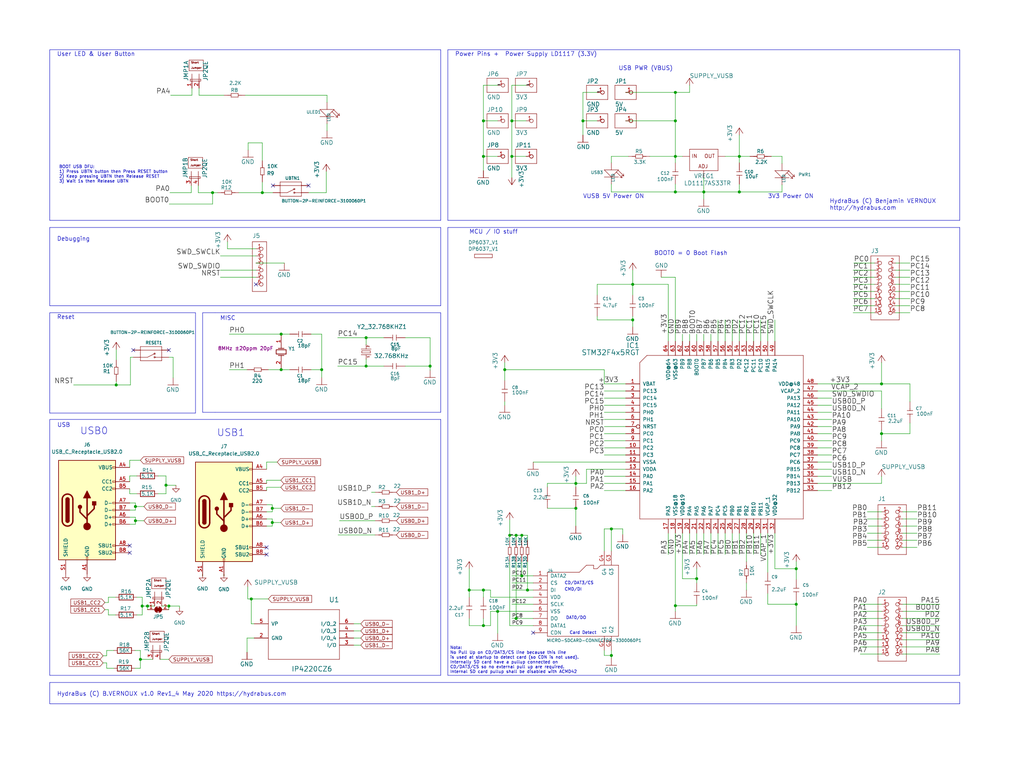
<source format=kicad_sch>
(kicad_sch (version 20230121) (generator eeschema)
  (paper "User" 365.862 273.075)
  (title_block (title "HydraBus") (date "2020-05-14") (rev "1.0 Rev 1.4"))
  (junction (at 208.28 43.18))
  (junction (at 218.44 234.188))
  (junction (at 75.946 68.834))
  (junction (at 226.06 114.3))
  (junction (at 100.457 119.38))
  (junction (at 180.34 132.08))
  (junction (at 186.436 205.74))
  (junction (at 241.3 55.88))
  (junction (at 205.74 172.72))
  (junction (at 182.118 191.262))
  (junction (at 172.72 210.82))
  (junction (at 182.88 43.18))
  (junction (at 50.8 216.535))
  (junction (at 130.81 130.81))
  (junction (at 177.8 218.44))
  (junction (at 248.92 206.756))
  (junction (at 284.48 215.9))
  (junction (at 97.282 181.61))
  (junction (at 314.96 154.94))
  (junction (at 89.789 213.995))
  (junction (at 264.16 55.88))
  (junction (at 52.705 216.535))
  (junction (at 130.81 120.65))
  (junction (at 241.3 33.02))
  (junction (at 218.44 188.976))
  (junction (at 184.404 220.98))
  (junction (at 172.72 223.52))
  (junction (at 172.72 55.88))
  (junction (at 264.16 68.58))
  (junction (at 153.67 130.81))
  (junction (at 97.282 186.69))
  (junction (at 205.74 181.61))
  (junction (at 284.48 203.2))
  (junction (at 100.457 132.08))
  (junction (at 48.387 180.975))
  (junction (at 184.404 191.262))
  (junction (at 172.72 43.18))
  (junction (at 188.468 210.82))
  (junction (at 186.436 191.262))
  (junction (at 167.64 210.82))
  (junction (at 251.46 68.58))
  (junction (at 60.325 216.535))
  (junction (at 93.726 68.834))
  (junction (at 41.529 137.541))
  (junction (at 241.3 68.58))
  (junction (at 48.387 186.055))
  (junction (at 226.06 101.6))
  (junction (at 314.96 137.16))
  (junction (at 182.88 55.88))
  (junction (at 50.165 235.585))
  (junction (at 241.3 43.18))
  (junction (at 241.3 216.408))
  (junction (at 59.309 173.355))
  (junction (at 114.935 132.08))
  (no_connect (at 95.25 198.12))
  (no_connect (at 60.325 125.095))
  (no_connect (at 110.236 66.294))
  (no_connect (at 190.5 226.06))
  (no_connect (at 91.44 101.6))
  (no_connect (at 46.355 194.945))
  (no_connect (at 97.536 66.294))
  (no_connect (at 95.25 195.58))
  (no_connect (at 47.625 125.095))
  (no_connect (at 46.355 197.485))
  (wire (pts (xy 254 190.5) (xy 254 198.12)))
  (wire (pts (xy 312.42 101.6) (xy 304.8 101.6)))
  (wire (pts (xy 172.72 55.88) (xy 172.72 60.96)))
  (wire (pts (xy 95.25 165.1) (xy 95.25 167.64)))
  (wire (pts (xy 38.735 213.36) (xy 41.275 213.36)))
  (wire (pts (xy 322.58 220.98) (xy 335.788 220.98)))
  (wire (pts (xy 182.118 200.66) (xy 182.118 223.52)))
  (wire (pts (xy 182.88 55.88) (xy 182.88 63.5)))
  (polyline (pts (xy 342.9 251.46) (xy 342.9 243.84)))
  (wire (pts (xy 251.46 121.92) (xy 251.46 119.38)))
  (wire (pts (xy 184.404 220.98) (xy 182.88 220.98)))
  (wire (pts (xy 284.48 223.52) (xy 284.48 215.9)))
  (polyline (pts (xy 342.9 251.46) (xy 17.78 251.46)))
  (wire (pts (xy 130.81 120.65) (xy 120.65 120.65)))
  (wire (pts (xy 187.96 43.18) (xy 182.88 43.18)))
  (wire (pts (xy 95.25 171.577) (xy 100.33 171.577)))
  (wire (pts (xy 90.805 222.885) (xy 89.789 222.885)))
  (wire (pts (xy 314.96 154.94) (xy 314.96 153.67)))
  (wire (pts (xy 110.236 68.834) (xy 116.586 68.834)))
  (wire (pts (xy 256.54 190.5) (xy 256.54 198.12)))
  (wire (pts (xy 100.457 119.38) (xy 103.505 119.38)))
  (wire (pts (xy 226.06 114.3) (xy 226.06 113.03)))
  (wire (pts (xy 87.63 34.036) (xy 116.84 34.036)))
  (wire (pts (xy 322.58 190.5) (xy 327.66 190.5)))
  (polyline (pts (xy 72.39 111.76) (xy 76.835 111.76)))
  (wire (pts (xy 95.25 187.96) (xy 97.282 187.96)))
  (wire (pts (xy 167.64 210.82) (xy 167.64 213.36)))
  (wire (pts (xy 175.26 218.44) (xy 177.8 218.44)))
  (wire (pts (xy 223.52 152.4) (xy 215.9 152.4)))
  (wire (pts (xy 325.12 154.94) (xy 314.96 154.94)))
  (wire (pts (xy 248.92 216.408) (xy 241.3 216.408)))
  (wire (pts (xy 50.8 216.535) (xy 52.705 216.535)))
  (wire (pts (xy 241.3 68.58) (xy 241.3 65.786)))
  (wire (pts (xy 232.156 55.88) (xy 241.3 55.88)))
  (wire (pts (xy 279.4 68.58) (xy 264.16 68.58)))
  (wire (pts (xy 70.866 68.834) (xy 70.866 66.294)))
  (wire (pts (xy 243.84 206.756) (xy 243.84 190.5)))
  (wire (pts (xy 241.3 218.44) (xy 241.3 216.408)))
  (wire (pts (xy 226.06 96.52) (xy 226.06 101.6)))
  (wire (pts (xy 47.625 127.635) (xy 46.609 127.635)))
  (wire (pts (xy 126.365 222.885) (xy 128.905 222.885)))
  (wire (pts (xy 274.32 212.09) (xy 274.32 215.9)))
  (wire (pts (xy 50.165 235.585) (xy 54.61 235.585)))
  (wire (pts (xy 312.42 111.76) (xy 304.8 111.76)))
  (wire (pts (xy 91.44 93.98) (xy 101.6 93.98)))
  (wire (pts (xy 95.25 171.577) (xy 95.25 172.72)))
  (wire (pts (xy 172.72 213.36) (xy 172.72 210.82)))
  (wire (pts (xy 251.46 68.58) (xy 251.46 71.12)))
  (wire (pts (xy 68.58 31.496) (xy 68.58 34.036)))
  (wire (pts (xy 248.92 208.28) (xy 248.92 206.756)))
  (wire (pts (xy 266.7 190.5) (xy 266.7 200.66)))
  (wire (pts (xy 320.04 109.22) (xy 325.12 109.22)))
  (wire (pts (xy 72.39 205.232) (xy 72.39 205.74)))
  (wire (pts (xy 177.8 43.18) (xy 172.72 43.18)))
  (wire (pts (xy 180.34 144.78) (xy 180.34 143.51)))
  (wire (pts (xy 195.58 172.72) (xy 195.58 173.99)))
  (wire (pts (xy 153.67 130.81) (xy 153.67 132.334)))
  (polyline (pts (xy 69.85 111.76) (xy 69.85 147.574)))
  (polyline (pts (xy 342.9 241.3) (xy 160.02 241.3)))
  (wire (pts (xy 213.36 43.18) (xy 208.28 43.18)))
  (wire (pts (xy 312.42 93.98) (xy 305.054 93.98)))
  (wire (pts (xy 46.609 127.635) (xy 46.609 137.541)))
  (wire (pts (xy 172.72 210.82) (xy 167.64 210.82)))
  (wire (pts (xy 116.84 34.036) (xy 116.84 36.576)))
  (polyline (pts (xy 157.48 241.3) (xy 17.78 241.3)))
  (wire (pts (xy 97.282 181.61) (xy 97.282 182.88)))
  (wire (pts (xy 38.735 219.71) (xy 38.735 217.805)))
  (wire (pts (xy 48.387 180.975) (xy 48.387 182.245)))
  (wire (pts (xy 70.866 68.834) (xy 75.946 68.834)))
  (wire (pts (xy 314.96 233.68) (xy 307.34 233.68)))
  (wire (pts (xy 186.436 205.74) (xy 182.88 205.74)))
  (wire (pts (xy 264.16 68.58) (xy 264.16 65.786)))
  (polyline (pts (xy 17.78 81.28) (xy 157.48 81.28)))
  (polyline (pts (xy 160.02 241.3) (xy 160.02 81.28)))
  (polyline (pts (xy 17.78 251.46) (xy 17.78 243.84)))
  (wire (pts (xy 266.7 208.28) (xy 266.7 210.82)))
  (wire (pts (xy 38.735 219.71) (xy 41.275 219.71)))
  (wire (pts (xy 314.96 139.7) (xy 314.96 146.05)))
  (wire (pts (xy 41.529 137.541) (xy 26.289 137.541)))
  (wire (pts (xy 208.28 33.02) (xy 208.28 43.18)))
  (wire (pts (xy 46.355 164.465) (xy 46.355 167.005)))
  (wire (pts (xy 75.946 68.834) (xy 77.724 68.834)))
  (wire (pts (xy 50.8 213.36) (xy 50.8 216.535)))
  (wire (pts (xy 85.344 68.834) (xy 93.726 68.834)))
  (wire (pts (xy 38.1 238.76) (xy 38.1 236.855)))
  (wire (pts (xy 71.12 34.036) (xy 80.01 34.036)))
  (wire (pts (xy 190.5 215.9) (xy 182.88 215.9)))
  (wire (pts (xy 188.468 191.262) (xy 188.468 193.04)))
  (wire (pts (xy 52.705 216.535) (xy 52.705 217.805)))
  (polyline (pts (xy 17.78 111.76) (xy 17.78 147.574)))
  (wire (pts (xy 144.78 120.65) (xy 153.67 120.65)))
  (wire (pts (xy 95.25 165.1) (xy 99.06 165.1)))
  (wire (pts (xy 322.58 182.88) (xy 327.66 182.88)))
  (wire (pts (xy 218.44 196.85) (xy 218.44 188.976)))
  (polyline (pts (xy 342.9 81.28) (xy 342.9 241.3)))
  (wire (pts (xy 284.48 200.66) (xy 284.48 203.2)))
  (wire (pts (xy 292.1 160.02) (xy 297.18 160.02)))
  (wire (pts (xy 188.468 200.66) (xy 188.468 210.82)))
  (wire (pts (xy 213.36 33.02) (xy 208.28 33.02)))
  (wire (pts (xy 223.52 162.56) (xy 215.9 162.56)))
  (wire (pts (xy 195.58 181.61) (xy 205.74 181.61)))
  (wire (pts (xy 48.387 184.785) (xy 48.387 186.055)))
  (wire (pts (xy 91.44 91.44) (xy 78.74 91.44)))
  (wire (pts (xy 188.468 210.82) (xy 182.88 210.82)))
  (wire (pts (xy 259.08 55.88) (xy 264.16 55.88)))
  (wire (pts (xy 95.25 182.88) (xy 97.282 182.88)))
  (polyline (pts (xy 17.78 17.78) (xy 157.48 17.78)))
  (wire (pts (xy 251.46 68.58) (xy 264.16 68.58)))
  (wire (pts (xy 248.92 215.9) (xy 248.92 216.408)))
  (wire (pts (xy 48.26 232.41) (xy 50.165 232.41)))
  (wire (pts (xy 180.34 132.08) (xy 180.34 135.89)))
  (wire (pts (xy 167.64 210.82) (xy 167.64 203.2)))
  (wire (pts (xy 93.726 68.834) (xy 97.536 68.834)))
  (wire (pts (xy 60.325 216.535) (xy 64.135 216.535)))
  (wire (pts (xy 88.646 51.054) (xy 93.726 51.054)))
  (wire (pts (xy 322.58 226.06) (xy 335.788 226.06)))
  (wire (pts (xy 95.25 175.26) (xy 95.25 174.117)))
  (wire (pts (xy 226.06 116.84) (xy 226.06 114.3)))
  (wire (pts (xy 116.586 68.834) (xy 116.586 61.214)))
  (wire (pts (xy 190.5 218.44) (xy 177.8 218.44)))
  (wire (pts (xy 88.519 213.995) (xy 89.789 213.995)))
  (wire (pts (xy 81.915 119.38) (xy 100.457 119.38)))
  (wire (pts (xy 322.58 231.14) (xy 335.788 231.14)))
  (wire (pts (xy 292.1 154.94) (xy 297.18 154.94)))
  (wire (pts (xy 95.25 180.34) (xy 97.282 180.34)))
  (wire (pts (xy 75.946 72.898) (xy 75.946 68.834)))
  (wire (pts (xy 97.282 180.34) (xy 97.282 181.61)))
  (wire (pts (xy 312.42 104.14) (xy 304.8 104.14)))
  (polyline (pts (xy 157.48 81.28) (xy 157.48 109.22)))
  (wire (pts (xy 48.387 186.055) (xy 48.387 187.325)))
  (wire (pts (xy 184.404 200.66) (xy 184.404 220.98)))
  (wire (pts (xy 312.42 96.52) (xy 304.8 96.52)))
  (wire (pts (xy 284.48 203.2) (xy 276.86 203.2)))
  (wire (pts (xy 182.118 191.262) (xy 182.118 193.04)))
  (wire (pts (xy 50.165 232.41) (xy 50.165 235.585)))
  (wire (pts (xy 218.44 55.88) (xy 224.536 55.88)))
  (wire (pts (xy 182.118 191.262) (xy 184.404 191.262)))
  (wire (pts (xy 213.36 114.3) (xy 226.06 114.3)))
  (wire (pts (xy 172.72 43.18) (xy 172.72 55.88)))
  (wire (pts (xy 314.96 137.16) (xy 325.12 137.16)))
  (wire (pts (xy 259.08 121.92) (xy 259.08 114.3)))
  (wire (pts (xy 322.58 193.04) (xy 327.66 193.04)))
  (wire (pts (xy 274.32 215.9) (xy 284.48 215.9)))
  (wire (pts (xy 320.04 111.76) (xy 325.12 111.76)))
  (wire (pts (xy 38.1 232.41) (xy 38.1 234.315)))
  (wire (pts (xy 320.04 101.6) (xy 325.12 101.6)))
  (wire (pts (xy 325.12 137.16) (xy 325.12 143.51)))
  (wire (pts (xy 312.42 106.68) (xy 304.8 106.68)))
  (polyline (pts (xy 157.48 109.22) (xy 17.78 109.22)))
  (wire (pts (xy 314.96 172.72) (xy 314.96 170.18)))
  (wire (pts (xy 190.5 165.1) (xy 223.52 165.1)))
  (wire (pts (xy 52.705 216.535) (xy 55.245 216.535)))
  (wire (pts (xy 68.58 34.036) (xy 60.96 34.036)))
  (wire (pts (xy 292.1 157.48) (xy 297.18 157.48)))
  (wire (pts (xy 314.96 215.9) (xy 307.34 215.9)))
  (wire (pts (xy 314.96 190.5) (xy 309.88 190.5)))
  (wire (pts (xy 126.365 227.965) (xy 128.905 227.965)))
  (wire (pts (xy 276.86 121.92) (xy 276.86 114.3)))
  (wire (pts (xy 120.777 191.135) (xy 133.985 191.135)))
  (wire (pts (xy 114.935 132.08) (xy 114.935 134.874)))
  (wire (pts (xy 186.436 191.262) (xy 186.436 193.04)))
  (wire (pts (xy 38.735 215.265) (xy 37.465 215.265)))
  (wire (pts (xy 132.715 175.895) (xy 133.985 175.895)))
  (wire (pts (xy 130.81 123.19) (xy 130.81 120.65)))
  (wire (pts (xy 130.81 130.81) (xy 120.65 130.81)))
  (wire (pts (xy 186.436 191.262) (xy 188.468 191.262)))
  (wire (pts (xy 226.06 101.6) (xy 226.06 105.41)))
  (wire (pts (xy 177.8 218.44) (xy 177.8 226.314)))
  (wire (pts (xy 71.12 31.496) (xy 71.12 34.036)))
  (wire (pts (xy 261.62 121.92) (xy 261.62 114.3)))
  (wire (pts (xy 292.1 175.26) (xy 297.18 175.26)))
  (wire (pts (xy 184.404 191.262) (xy 186.436 191.262)))
  (wire (pts (xy 223.52 172.72) (xy 215.9 172.72)))
  (wire (pts (xy 266.7 121.92) (xy 266.7 114.3)))
  (wire (pts (xy 248.92 190.5) (xy 248.92 198.12)))
  (wire (pts (xy 75.946 72.898) (xy 60.452 72.898)))
  (wire (pts (xy 48.895 213.36) (xy 50.8 213.36)))
  (wire (pts (xy 314.96 137.16) (xy 292.1 137.16)))
  (wire (pts (xy 50.8 219.71) (xy 48.895 219.71)))
  (wire (pts (xy 93.726 65.024) (xy 93.726 68.834)))
  (wire (pts (xy 246.38 121.92) (xy 246.38 119.38)))
  (wire (pts (xy 209.55 167.64) (xy 223.52 167.64)))
  (wire (pts (xy 241.3 99.06) (xy 236.22 99.06)))
  (wire (pts (xy 57.785 216.535) (xy 60.325 216.535)))
  (wire (pts (xy 89.789 222.885) (xy 89.789 213.995)))
  (wire (pts (xy 80.01 205.74) (xy 80.01 205.232)))
  (polyline (pts (xy 69.85 111.76) (xy 17.78 111.76)))
  (wire (pts (xy 264.16 190.5) (xy 264.16 198.12)))
  (wire (pts (xy 59.309 173.355) (xy 59.309 176.403)))
  (wire (pts (xy 320.04 104.14) (xy 325.12 104.14)))
  (wire (pts (xy 279.4 55.88) (xy 279.4 58.42)))
  (wire (pts (xy 41.529 137.541) (xy 46.609 137.541)))
  (wire (pts (xy 314.96 226.06) (xy 307.34 226.06)))
  (wire (pts (xy 93.726 51.054) (xy 93.726 57.404)))
  (wire (pts (xy 184.404 191.262) (xy 184.404 193.04)))
  (wire (pts (xy 88.646 53.594) (xy 88.646 51.054)))
  (wire (pts (xy 208.28 43.18) (xy 208.28 48.26)))
  (wire (pts (xy 320.04 93.98) (xy 325.12 93.98)))
  (wire (pts (xy 97.282 186.69) (xy 97.282 187.96)))
  (wire (pts (xy 322.58 215.9) (xy 335.788 215.9)))
  (wire (pts (xy 238.76 101.6) (xy 238.76 121.92)))
  (wire (pts (xy 59.309 170.053) (xy 59.309 173.355)))
  (polyline (pts (xy 76.835 111.76) (xy 157.48 111.76)))
  (wire (pts (xy 167.64 220.98) (xy 167.64 223.52)))
  (wire (pts (xy 259.08 190.5) (xy 259.08 198.12)))
  (wire (pts (xy 89.789 213.995) (xy 95.885 213.995)))
  (wire (pts (xy 264.16 121.92) (xy 264.16 114.3)))
  (wire (pts (xy 46.355 179.705) (xy 48.387 179.705)))
  (wire (pts (xy 81.28 88.9) (xy 81.28 86.36)))
  (wire (pts (xy 46.355 184.785) (xy 48.387 184.785)))
  (wire (pts (xy 223.52 147.32) (xy 215.9 147.32)))
  (wire (pts (xy 175.26 213.36) (xy 175.26 210.82)))
  (wire (pts (xy 215.9 137.16) (xy 223.52 137.16)))
  (wire (pts (xy 248.92 203.2) (xy 248.92 206.756)))
  (wire (pts (xy 264.16 55.88) (xy 267.97 55.88)))
  (wire (pts (xy 182.88 43.18) (xy 182.88 55.88)))
  (wire (pts (xy 284.48 215.9) (xy 284.48 214.63)))
  (wire (pts (xy 218.44 234.188) (xy 218.44 235.1278)))
  (polyline (pts (xy 157.48 111.76) (xy 157.48 147.32)))
  (wire (pts (xy 48.387 179.705) (xy 48.387 180.975)))
  (wire (pts (xy 116.84 44.196) (xy 116.84 46.736)))
  (wire (pts (xy 256.54 121.92) (xy 256.54 114.3)))
  (wire (pts (xy 320.04 96.52) (xy 325.12 96.52)))
  (wire (pts (xy 175.26 223.52) (xy 175.26 218.44)))
  (wire (pts (xy 88.265 233.045) (xy 88.265 227.965)))
  (wire (pts (xy 314.96 137.16) (xy 314.96 129.54)))
  (wire (pts (xy 205.74 170.18) (xy 205.74 172.72)))
  (wire (pts (xy 153.67 120.65) (xy 153.67 130.81)))
  (wire (pts (xy 132.715 180.975) (xy 133.985 180.975)))
  (wire (pts (xy 91.44 96.52) (xy 78.74 96.52)))
  (wire (pts (xy 38.1 234.315) (xy 36.83 234.315)))
  (wire (pts (xy 215.9 234.188) (xy 218.44 234.188)))
  (wire (pts (xy 182.118 185.674) (xy 182.118 191.262)))
  (wire (pts (xy 205.74 187.96) (xy 205.74 181.61)))
  (wire (pts (xy 215.9 196.85) (xy 215.9 188.976)))
  (wire (pts (xy 254 121.92) (xy 254 119.38)))
  (wire (pts (xy 38.1 232.41) (xy 40.64 232.41)))
  (wire (pts (xy 269.24 121.92) (xy 269.24 114.3)))
  (wire (pts (xy 292.1 142.24) (xy 297.18 142.24)))
  (wire (pts (xy 137.16 130.81) (xy 130.81 130.81)))
  (wire (pts (xy 284.48 207.01) (xy 284.48 203.2)))
  (polyline (pts (xy 72.39 147.32) (xy 76.835 147.32)))
  (wire (pts (xy 292.1 149.86) (xy 297.18 149.86)))
  (wire (pts (xy 241.3 55.88) (xy 241.3 43.18)))
  (wire (pts (xy 137.16 120.65) (xy 130.81 120.65)))
  (wire (pts (xy 41.529 124.841) (xy 41.529 128.651)))
  (wire (pts (xy 241.3 216.408) (xy 241.3 190.5)))
  (wire (pts (xy 60.325 216.535) (xy 60.325 217.805)))
  (wire (pts (xy 182.88 30.48) (xy 182.88 43.18)))
  (polyline (pts (xy 17.78 78.74) (xy 157.48 78.74)))
  (wire (pts (xy 144.78 130.81) (xy 153.67 130.81)))
  (polyline (pts (xy 76.835 147.32) (xy 157.48 147.32)))
  (wire (pts (xy 68.326 66.294) (xy 68.326 68.834)))
  (wire (pts (xy 46.355 164.465) (xy 50.165 164.465)))
  (wire (pts (xy 218.44 65.786) (xy 218.44 68.58)))
  (wire (pts (xy 248.92 206.756) (xy 243.84 206.756)))
  (wire (pts (xy 314.96 195.58) (xy 309.88 195.58)))
  (wire (pts (xy 292.1 170.18) (xy 297.18 170.18)))
  (wire (pts (xy 312.42 109.22) (xy 304.8 109.22)))
  (wire (pts (xy 223.52 175.26) (xy 215.9 175.26)))
  (wire (pts (xy 114.935 119.38) (xy 114.935 132.08)))
  (wire (pts (xy 91.44 88.9) (xy 81.28 88.9)))
  (wire (pts (xy 314.96 231.14) (xy 307.34 231.14)))
  (wire (pts (xy 46.355 176.403) (xy 48.895 176.403)))
  (wire (pts (xy 292.1 162.56) (xy 297.18 162.56)))
  (wire (pts (xy 322.58 195.58) (xy 327.66 195.58)))
  (wire (pts (xy 95.25 185.42) (xy 97.282 185.42)))
  (wire (pts (xy 312.42 99.06) (xy 304.8 99.06)))
  (wire (pts (xy 223.52 149.86) (xy 215.9 149.86)))
  (wire (pts (xy 215.9 132.08) (xy 215.9 137.16)))
  (wire (pts (xy 218.44 68.58) (xy 241.3 68.58)))
  (wire (pts (xy 218.44 55.88) (xy 218.44 58.166)))
  (wire (pts (xy 322.58 185.42) (xy 327.66 185.42)))
  (wire (pts (xy 246.38 190.5) (xy 246.38 198.12)))
  (wire (pts (xy 275.59 55.88) (xy 279.4 55.88)))
  (wire (pts (xy 251.46 63.5) (xy 251.46 68.58)))
  (wire (pts (xy 241.3 121.92) (xy 241.3 99.06)))
  (wire (pts (xy 56.515 176.403) (xy 59.309 176.403)))
  (wire (pts (xy 64.135 216.535) (xy 64.135 217.17)))
  (wire (pts (xy 276.86 203.2) (xy 276.86 190.5)))
  (wire (pts (xy 205.74 172.72) (xy 205.74 173.99)))
  (wire (pts (xy 314.96 182.88) (xy 309.88 182.88)))
  (wire (pts (xy 271.78 190.5) (xy 271.78 198.12)))
  (wire (pts (xy 190.5 208.28) (xy 182.88 208.28)))
  (polyline (pts (xy 342.9 17.78) (xy 342.9 78.74)))
  (wire (pts (xy 223.52 157.48) (xy 215.9 157.48)))
  (wire (pts (xy 175.26 210.82) (xy 172.72 210.82)))
  (wire (pts (xy 209.55 172.72) (xy 205.74 172.72)))
  (wire (pts (xy 241.3 43.18) (xy 241.3 33.02)))
  (wire (pts (xy 243.84 55.88) (xy 241.3 55.88)))
  (wire (pts (xy 215.9 232.41) (xy 215.9 234.188)))
  (wire (pts (xy 292.1 172.72) (xy 314.96 172.72)))
  (wire (pts (xy 251.46 190.5) (xy 251.46 198.12)))
  (wire (pts (xy 322.58 187.96) (xy 327.66 187.96)))
  (wire (pts (xy 292.1 167.64) (xy 297.18 167.64)))
  (wire (pts (xy 314.96 218.44) (xy 307.34 218.44)))
  (wire (pts (xy 46.355 187.325) (xy 48.387 187.325)))
  (wire (pts (xy 292.1 152.4) (xy 297.18 152.4)))
  (wire (pts (xy 314.96 228.6) (xy 307.34 228.6)))
  (wire (pts (xy 60.325 127.635) (xy 61.849 127.635)))
  (polyline (pts (xy 160.02 17.78) (xy 342.9 17.78)))
  (wire (pts (xy 223.52 43.18) (xy 241.3 43.18)))
  (wire (pts (xy 187.96 30.48) (xy 182.88 30.48)))
  (wire (pts (xy 46.355 172.085) (xy 46.355 170.053)))
  (wire (pts (xy 218.44 188.976) (xy 222.504 188.976)))
  (wire (pts (xy 111.125 119.38) (xy 114.935 119.38)))
  (polyline (pts (xy 17.78 78.74) (xy 17.78 17.78)))
  (wire (pts (xy 97.282 185.42) (xy 97.282 186.69)))
  (wire (pts (xy 130.81 128.27) (xy 130.81 130.81)))
  (wire (pts (xy 38.1 238.76) (xy 40.64 238.76)))
  (wire (pts (xy 209.55 172.72) (xy 209.55 167.64)))
  (wire (pts (xy 314.96 185.42) (xy 309.88 185.42)))
  (wire (pts (xy 177.8 55.88) (xy 172.72 55.88)))
  (wire (pts (xy 241.3 33.02) (xy 246.38 33.02)))
  (wire (pts (xy 314.96 193.04) (xy 309.88 193.04)))
  (wire (pts (xy 167.64 223.52) (xy 172.72 223.52)))
  (wire (pts (xy 95.885 132.08) (xy 100.457 132.08)))
  (wire (pts (xy 246.38 33.02) (xy 246.38 30.48)))
  (wire (pts (xy 325.12 151.13) (xy 325.12 154.94)))
  (wire (pts (xy 322.58 218.44) (xy 335.788 218.44)))
  (wire (pts (xy 292.1 147.32) (xy 297.18 147.32)))
  (wire (pts (xy 271.78 121.92) (xy 271.78 114.3)))
  (wire (pts (xy 41.529 136.271) (xy 41.529 137.541)))
  (wire (pts (xy 222.504 188.976) (xy 222.504 191.008)))
  (wire (pts (xy 126.365 230.505) (xy 128.905 230.505)))
  (wire (pts (xy 223.52 170.18) (xy 215.9 170.18)))
  (wire (pts (xy 190.5 223.52) (xy 182.118 223.52)))
  (wire (pts (xy 190.5 210.82) (xy 188.468 210.82)))
  (wire (pts (xy 213.36 101.6) (xy 213.36 105.41)))
  (wire (pts (xy 292.1 144.78) (xy 297.18 144.78)))
  (wire (pts (xy 50.8 216.535) (xy 50.8 219.71)))
  (wire (pts (xy 172.72 30.48) (xy 172.72 43.18)))
  (wire (pts (xy 38.735 217.805) (xy 37.465 217.805)))
  (polyline (pts (xy 157.48 149.86) (xy 157.48 241.3)))
  (wire (pts (xy 88.519 213.995) (xy 88.519 209.677)))
  (wire (pts (xy 322.58 233.68) (xy 335.788 233.68)))
  (wire (pts (xy 56.515 170.053) (xy 59.309 170.053)))
  (wire (pts (xy 223.52 142.24) (xy 215.9 142.24)))
  (polyline (pts (xy 157.48 149.86) (xy 17.8846 149.86)))
  (wire (pts (xy 46.355 174.625) (xy 46.355 176.403)))
  (polyline (pts (xy 342.9 243.84) (xy 17.78 243.84)))
  (wire (pts (xy 91.44 99.06) (xy 78.74 99.06)))
  (wire (pts (xy 100.33 181.61) (xy 97.282 181.61)))
  (wire (pts (xy 57.15 235.585) (xy 60.325 235.585)))
  (wire (pts (xy 68.326 68.834) (xy 60.706 68.834)))
  (wire (pts (xy 269.24 190.5) (xy 269.24 198.12)))
  (wire (pts (xy 180.34 132.08) (xy 215.9 132.08)))
  (wire (pts (xy 322.58 228.6) (xy 335.788 228.6)))
  (wire (pts (xy 190.5 205.74) (xy 186.436 205.74)))
  (wire (pts (xy 38.735 213.36) (xy 38.735 215.265)))
  (wire (pts (xy 205.74 172.72) (xy 195.58 172.72)))
  (wire (pts (xy 274.32 204.47) (xy 274.32 190.5)))
  (wire (pts (xy 62.865 173.355) (xy 59.309 173.355)))
  (wire (pts (xy 314.96 139.7) (xy 292.1 139.7)))
  (polyline (pts (xy 69.85 147.574) (xy 17.78 147.574)))
  (wire (pts (xy 238.76 190.5) (xy 238.76 198.12)))
  (wire (pts (xy 241.3 58.166) (xy 241.3 55.88)))
  (wire (pts (xy 38.1 236.855) (xy 36.83 236.855)))
  (wire (pts (xy 314.96 187.96) (xy 310.134 187.96)))
  (wire (pts (xy 264.16 55.88) (xy 264.16 48.26)))
  (wire (pts (xy 50.165 238.76) (xy 48.26 238.76)))
  (wire (pts (xy 172.72 223.52) (xy 172.72 220.98)))
  (polyline (pts (xy 72.39 147.32) (xy 72.39 111.76)))
  (wire (pts (xy 292.1 165.1) (xy 297.18 165.1)))
  (wire (pts (xy 314.96 220.98) (xy 307.34 220.98)))
  (wire (pts (xy 320.04 99.06) (xy 325.12 99.06)))
  (wire (pts (xy 61.849 127.635) (xy 61.849 135.001)))
  (wire (pts (xy 223.52 139.7) (xy 215.9 139.7)))
  (wire (pts (xy 46.355 182.245) (xy 48.387 182.245)))
  (wire (pts (xy 111.125 132.08) (xy 114.935 132.08)))
  (polyline (pts (xy 160.02 78.74) (xy 342.9 78.74)))
  (wire (pts (xy 50.165 235.585) (xy 50.165 238.76)))
  (wire (pts (xy 213.36 101.6) (xy 226.06 101.6)))
  (polyline (pts (xy 17.78 109.22) (xy 17.78 81.28)))
  (wire (pts (xy 223.52 160.02) (xy 215.9 160.02)))
  (wire (pts (xy 261.62 190.5) (xy 261.62 198.12)))
  (wire (pts (xy 241.3 33.02) (xy 223.52 33.02)))
  (wire (pts (xy 95.25 174.117) (xy 100.33 174.117)))
  (wire (pts (xy 241.3 68.58) (xy 251.46 68.58)))
  (wire (pts (xy 274.32 121.92) (xy 274.32 114.3)))
  (wire (pts (xy 320.04 106.68) (xy 325.12 106.68)))
  (wire (pts (xy 172.72 223.52) (xy 175.26 223.52)))
  (polyline (pts (xy 157.48 17.78) (xy 157.48 78.74)))
  (wire (pts (xy 243.84 121.92) (xy 243.84 119.38)))
  (wire (pts (xy 190.5 213.36) (xy 175.26 213.36)))
  (wire (pts (xy 223.52 144.78) (xy 215.9 144.78)))
  (wire (pts (xy 51.435 186.055) (xy 48.387 186.055)))
  (wire (pts (xy 126.365 225.425) (xy 128.905 225.425)))
  (wire (pts (xy 121.285 186.055) (xy 133.985 186.055)))
  (wire (pts (xy 100.33 186.69) (xy 97.282 186.69)))
  (wire (pts (xy 215.9 188.976) (xy 218.44 188.976)))
  (wire (pts (xy 88.265 227.965) (xy 90.805 227.965)))
  (wire (pts (xy 100.457 132.08) (xy 103.505 132.08)))
  (wire (pts (xy 322.58 223.52) (xy 335.788 223.52)))
  (polyline (pts (xy 17.78 149.86) (xy 17.78 241.3)))
  (wire (pts (xy 51.435 180.975) (xy 48.387 180.975)))
  (wire (pts (xy 248.92 121.92) (xy 248.92 119.38)))
  (wire (pts (xy 46.355 170.053) (xy 48.895 170.053)))
  (wire (pts (xy 187.96 55.88) (xy 182.88 55.88)))
  (wire (pts (xy 180.34 129.54) (xy 180.34 132.08)))
  (wire (pts (xy 186.436 200.66) (xy 186.436 205.74)))
  (wire (pts (xy 226.06 101.6) (xy 238.76 101.6)))
  (wire (pts (xy 218.44 232.41) (xy 218.44 234.188)))
  (polyline (pts (xy 160.02 81.28) (xy 342.9 81.28)))
  (wire (pts (xy 223.52 154.94) (xy 215.9 154.94)))
  (wire (pts (xy 190.5 220.98) (xy 184.404 220.98)))
  (polyline (pts (xy 160.02 78.74) (xy 160.02 17.78)))
  (wire (pts (xy 213.36 113.03) (xy 213.36 114.3)))
  (wire (pts (xy 264.16 58.166) (xy 264.16 55.88)))
  (wire (pts (xy 314.96 223.52) (xy 307.34 223.52)))
  (wire (pts (xy 279.4 66.04) (xy 279.4 68.58)))
  (wire (pts (xy 81.915 132.08) (xy 88.265 132.08)))
  (wire (pts (xy 177.8 30.48) (xy 172.72 30.48)))
  (wire (pts (xy 314.96 157.48) (xy 314.96 154.94)))
  (text "CD/DAT3/CS" (at 201.676 209.042 0) (effects (font (size 1.0668 1.0668)) (justify left bottom)))
  (text "MCU / IO stuff" (at 167.64 83.82 0) (effects (font (size 1.4986 1.4986)) (justify left bottom)))
  (text "User LED & User Button" (at 20.32 20.32 0) (effects (font (size 1.4986 1.4986)) (justify left bottom)))
  (text "USB PWR (VBUS)" (at 220.98 25.4 0) (effects (font (size 1.4986 1.4986)) (justify left bottom)))
  (text "MISC" (at 78.613 114.681 0) (effects (font (size 1.4986 1.4986)) (justify left bottom)))
  (text "CMD/DI" (at 201.676 211.328 0) (effects (font (size 1.0668 1.0668)) (justify left bottom)))
  (text "Nota:\nNo Pull Up on CD/DAT3/CS line because this line\nis used at startup to detect card (so CDN is not used).\nInternally SD card have a pullup connected on\nCD/DAT3/CS so no external pull up are required.\nInternal SD card pullup shall be disabled with ACMD42" (at 160.782 240.792 0) (effects (font (size 1.0668 1.0668)) (justify left bottom)))
  (text "Reset" (at 20.32 114.3 0) (effects (font (size 1.4986 1.4986)) (justify left bottom)))
  (text "Power Pins +  Power Supply LD1117 (3.3V)" (at 162.56 20.32 0) (effects (font (size 1.4986 1.4986)) (justify left bottom)))
  (text "USB" (at 20.4246 152.8575 0) (effects (font (size 1.4986 1.4986)) (justify left bottom)))
  (text "BOOT0 = 0 Boot Flash" (at 233.68 91.44 0) (effects (font (size 1.4986 1.4986)) (justify left bottom)))
  (text "HydraBus (C) Benjamin VERNOUX\nhttp://hydrabus.com" (at 296.3926 75.2856 0) (effects (font (size 1.4986 1.4986)) (justify left bottom)))
  (text "HydraBus (C) B.VERNOUX v1.0 Rev1_4 May 2020 https://hydrabus.com" (at 20.32 248.92 0) (effects (font (size 1.4986 1.4986)) (justify left bottom)))
  (text "Debugging" (at 20.32 86.36 0) (effects (font (size 1.4986 1.4986)) (justify left bottom)))
  (text "USB0" (at 28.575 155.575 0) (effects (font (size 2.5 2.5)) (justify left bottom)))
  (text "DAT0/DO" (at 202.184 221.488 0) (effects (font (size 1.0668 1.0668)) (justify left bottom)))
  (text "BOOT USB DFU:\n1) Press UBTN button then Press RESET button\n2) Keep pressing UBTN then Release RESET\n3) Wait 1s then Release UBTN" (at 21.082 65.532 0) (effects (font (size 1.0668 1.0668)) (justify left bottom)))
  (text "USB1" (at 77.47 156.21 0) (effects (font (size 2.5 2.5)) (justify left bottom)))
  (text "Card Detect" (at 203.454 226.822 0) (effects (font (size 1.0668 1.0668)) (justify left bottom)))
  (text "VUSB 5V Power ON" (at 208.28 71.12 0) (effects (font (size 1.4986 1.4986)) (justify left bottom)))
  (text "3V3 Power ON" (at 274.32 71.12 0) (effects (font (size 1.4986 1.4986)) (justify left bottom)))
  (label "PA7" (at 309.88 233.68 180) (effects (font (size 1.778 1.778))))
  (label "PA2" (at 309.88 220.98 180) (effects (font (size 1.778 1.778))))
  (label "USB0D_P" (at 335.788 223.52 180) (effects (font (size 1.778 1.778))))
  (label "PB11" (at 271.78 198.12 90) (effects (font (size 1.778 1.778))))
  (label "PA10" (at 335.788 228.6 180) (effects (font (size 1.778 1.778))))
  (label "PA15" (at 274.32 119.38 90) (effects (font (size 1.778 1.778))))
  (label "PC13" (at 325.12 99.06 0) (effects (font (size 1.778 1.778))))
  (label "GND" (at 177.8 30.48 0) (effects (font (size 0.254 0.254))))
  (label "PC5" (at 259.08 198.12 90) (effects (font (size 1.778 1.778))))
  (label "PA7" (at 254 198.12 90) (effects (font (size 1.778 1.778))))
  (label "PC8" (at 182.88 220.98 0))
  (label "PH1" (at 81.915 132.08 0) (effects (font (size 1.778 1.778))))
  (label "PB2" (at 266.7 198.12 90) (effects (font (size 1.778 1.778))))
  (label "BOOT0" (at 335.788 218.44 180) (effects (font (size 1.778 1.778))))
  (label "GND" (at 241.3 119.38 90) (effects (font (size 1.778 1.778))))
  (label "PC10" (at 271.78 119.38 90) (effects (font (size 1.778 1.778))))
  (label "PB10" (at 327.66 185.42 0) (effects (font (size 1.778 1.778))))
  (label "PB8" (at 246.38 119.38 90) (effects (font (size 1.778 1.778))))
  (label "PC14" (at 325.12 96.52 0) (effects (font (size 1.778 1.778))))
  (label "PC1" (at 215.9 157.48 180) (effects (font (size 1.778 1.778))))
  (label "PH0" (at 215.9 147.32 180) (effects (font (size 1.778 1.778))))
  (label "SWD_SWCLK" (at 276.86 119.38 90) (effects (font (size 1.778 1.778))))
  (label "USB1D_N" (at 297.18 170.18 0) (effects (font (size 1.778 1.778))))
  (label "PC4" (at 304.8 104.14 0) (effects (font (size 1.778 1.778))))
  (label "+3V3" (at 187.96 30.48 0) (effects (font (size 0.254 0.254))))
  (label "PB10" (at 269.24 198.12 90) (effects (font (size 1.778 1.778))))
  (label "PB0" (at 261.62 198.12 90) (effects (font (size 1.778 1.778))))
  (label "GND" (at 241.3 198.12 90) (effects (font (size 1.778 1.778))))
  (label "PC11" (at 325.12 104.14 0) (effects (font (size 1.778 1.778))))
  (label "USB0D_P" (at 297.18 144.78 0) (effects (font (size 1.778 1.778))))
  (label "+3V3" (at 220.98 137.16 180) (effects (font (size 1.778 1.778))))
  (label "PD2" (at 182.88 210.82 0))
  (label "NRST" (at 26.289 137.541 180) (effects (font (size 1.778 1.778))))
  (label "PA5" (at 248.92 198.12 90) (effects (font (size 1.778 1.778))))
  (label "USB1D_P" (at 297.18 167.64 0) (effects (font (size 1.778 1.778))))
  (label "PC15" (at 325.12 93.98 0) (effects (font (size 1.778 1.778))))
  (label "PA4" (at 60.96 34.036 180) (effects (font (size 1.778 1.778))))
  (label "PA1" (at 215.9 172.72 180) (effects (font (size 1.778 1.778))))
  (label "+3V3" (at 238.76 119.38 90) (effects (font (size 1.778 1.778))))
  (label "PC14" (at 120.65 120.65 0) (effects (font (size 1.778 1.778))))
  (label "NRST" (at 215.9 152.4 180) (effects (font (size 1.778 1.778))))
  (label "PA1" (at 309.88 218.44 180) (effects (font (size 1.778 1.778))))
  (label "PA9" (at 335.788 231.14 180) (effects (font (size 1.778 1.778))))
  (label "+3V3" (at 276.86 198.12 90) (effects (font (size 1.778 1.778))))
  (label "PC15" (at 120.65 130.81 0) (effects (font (size 1.778 1.778))))
  (label "PA3" (at 309.88 223.52 180) (effects (font (size 1.778 1.778))))
  (label "PB5" (at 256.54 119.38 90) (effects (font (size 1.778 1.778))))
  (label "VCAP_1" (at 274.32 200.66 90) (effects (font (size 1.778 1.778))))
  (label "USB0D_P" (at 121.285 186.055 0) (effects (font (size 1.778 1.778))))
  (label "SWD_SWDIO" (at 297.18 142.24 0) (effects (font (size 1.778 1.778))))
  (label "PC7" (at 304.8 111.76 0) (effects (font (size 1.778 1.778))))
  (label "PB5" (at 309.88 195.58 180) (effects (font (size 1.778 1.778))))
  (label "+3V3" (at 296.418 137.16 0) (effects (font (size 1.778 1.778))))
  (label "PC5" (at 304.8 106.68 0) (effects (font (size 1.778 1.778))))
  (label "VUSB" (at 297.434 172.72 0) (effects (font (size 1.778 1.778))))
  (label "PC12" (at 182.88 215.9 0))
  (label "PB0" (at 309.88 182.88 180) (effects (font (size 1.778 1.778))))
  (label "PC7" (at 297.18 162.56 0) (effects (font (size 1.778 1.778))))
  (label "PB6" (at 254 119.38 90) (effects (font (size 1.778 1.778))))
  (label "PB1" (at 264.16 198.12 90) (effects (font (size 1.778 1.778))))
  (label "PH1" (at 215.9 149.86 180) (effects (font (size 1.778 1.778))))
  (label "USB1D_N" (at 132.715 180.975 180) (effects (font (size 1.778 1.778))))
  (label "PC11" (at 269.24 119.38 90) (effects (font (size 1.778 1.778))))
  (label "USB0D_N" (at 297.18 147.32 0) (effects (font (size 1.778 1.778))))
  (label "SWD_SWDIO" (at 78.74 96.52 180) (effects (font (size 1.778 1.778))))
  (label "PC2" (at 215.9 160.02 180) (effects (font (size 1.778 1.778))))
  (label "PC8" (at 325.12 111.76 0) (effects (font (size 1.778 1.778))))
  (label "PC10" (at 182.88 205.74 0))
  (label "PA6" (at 309.88 231.14 180) (effects (font (size 1.778 1.778))))
  (label "SWD_SWCLK" (at 78.74 91.44 180) (effects (font (size 1.778 1.778))))
  (label "PB3" (at 261.62 119.38 90) (effects (font (size 1.778 1.778))))
  (label "PA0" (at 215.9 170.18 180) (effects (font (size 1.778 1.778))))
  (label "PC14" (at 215.9 142.24 180) (effects (font (size 1.778 1.778))))
  (label "PC12" (at 325.12 101.6 0) (effects (font (size 1.778 1.778))))
  (label "PH0" (at 81.915 119.38 0) (effects (font (size 1.778 1.778))))
  (label "PA0" (at 309.88 215.9 180) (effects (font (size 1.778 1.778))))
  (label "PA8" (at 335.788 233.68 180) (effects (font (size 1.778 1.778))))
  (label "PD2" (at 264.16 119.38 90) (effects (font (size 1.778 1.778))))
  (label "PC6" (at 304.8 109.22 0) (effects (font (size 1.778 1.778))))
  (label "GND" (at 213.36 33.02 0) (effects (font (size 0.254 0.254))))
  (label "PB2" (at 310.134 187.96 180) (effects (font (size 1.778 1.778))))
  (label "PB9" (at 243.84 119.38 90) (effects (font (size 1.778 1.778))))
  (label "PC11" (at 182.88 208.28 0))
  (label "PB3" (at 309.88 190.5 180) (effects (font (size 1.778 1.778))))
  (label "PC8" (at 297.18 160.02 0) (effects (font (size 1.778 1.778))))
  (label "USB0D_N" (at 120.777 191.135 0) (effects (font (size 1.778 1.778))))
  (label "PA10" (at 297.18 149.86 0) (effects (font (size 1.778 1.778))))
  (label "PC1" (at 304.8 96.52 0) (effects (font (size 1.778 1.778))))
  (label "PB8" (at 327.66 190.5 0) (effects (font (size 1.778 1.778))))
  (label "PB4" (at 259.08 119.38 90) (effects (font (size 1.778 1.778))))
  (label "PB7" (at 327.66 193.04 0) (effects (font (size 1.778 1.778))))
  (label "PA0" (at 60.706 68.834 180) (effects (font (size 1.778 1.778))))
  (label "PA8" (at 297.18 154.94 0) (effects (font (size 1.778 1.778))))
  (label "PC9" (at 182.88 223.52 0))
  (label "PB4" (at 309.88 193.04 180) (effects (font (size 1.778 1.778))))
  (label "BOOT0" (at 248.92 119.38 90) (effects (font (size 1.778 1.778))))
  (label "PC15" (at 215.9 144.78 180) (effects (font (size 1.778 1.778))))
  (label "PB12" (at 297.18 175.26 0) (effects (font (size 1.778 1.778))))
  (label "USB0D_N" (at 335.788 226.06 180) (effects (font (size 1.778 1.778))))
  (label "+3V3" (at 182.118 191.262 0) (effects (font (size 0.254 0.254))))
  (label "PB7" (at 251.46 119.38 90) (effects (font (size 1.778 1.778))))
  (label "+3V3" (at 243.84 198.12 90) (effects (font (size 1.778 1.778))))
  (label "PC10" (at 325.12 106.68 0) (effects (font (size 1.778 1.778))))
  (label "PC2" (at 304.8 99.06 0) (effects (font (size 1.778 1.778))))
  (label "PA4" (at 309.88 226.06 180) (effects (font (size 1.778 1.778))))
  (label "PA4" (at 246.38 198.12 90) (effects (font (size 1.778 1.778))))
  (label "BOOT0" (at 60.452 72.898 180) (effects (font (size 1.778 1.778))))
  (label "PA9" (at 297.18 152.4 0) (effects (font (size 1.778 1.778))))
  (label "PC13" (at 215.9 139.7 180) (effects (font (size 1.778 1.778))))
  (label "PB9" (at 327.66 187.96 0) (effects (font (size 1.778 1.778))))
  (label "PB1" (at 309.88 185.42 180) (effects (font (size 1.778 1.778))))
  (label "PA2" (at 215.9 175.26 180) (effects (font (size 1.778 1.778))))
  (label "PC12" (at 266.7 119.38 90) (effects (font (size 1.778 1.778))))
  (label "VCAP_2" (at 296.926 139.7 0) (effects (font (size 1.778 1.778))))
  (label "PC3" (at 304.8 101.6 0) (effects (font (size 1.778 1.778))))
  (label "PA3" (at 238.76 198.12 90) (effects (font (size 1.778 1.778))))
  (label "PC0" (at 305.054 93.98 0) (effects (font (size 1.778 1.778))))
  (label "PA6" (at 251.46 198.12 90) (effects (font (size 1.778 1.778))))
  (label "USB1D_P" (at 132.715 175.895 180) (effects (font (size 1.778 1.778))))
  (label "NRST" (at 78.74 99.06 180) (effects (font (size 1.778 1.778))))
  (label "PD2" (at 335.788 220.98 180) (effects (font (size 1.778 1.778))))
  (label "PA15" (at 335.788 215.9 180) (effects (font (size 1.778 1.778))))
  (label "PB6" (at 327.66 195.58 0) (effects (font (size 1.778 1.778))))
  (label "PC6" (at 297.18 165.1 0) (effects (font (size 1.778 1.778))))
  (label "PA5" (at 309.88 228.6 180) (effects (font (size 1.778 1.778))))
  (label "PB11" (at 327.66 182.88 0) (effects (font (size 1.778 1.778))))
  (label "PC9" (at 325.12 109.22 0) (effects (font (size 1.778 1.778))))
  (label "PC9" (at 297.18 157.48 0) (effects (font (size 1.778 1.778))))
  (label "PC4" (at 256.54 198.12 90) (effects (font (size 1.778 1.778))))
  (label "PC0" (at 215.9 154.94 180) (effects (font (size 1.778 1.778))))
  (label "PC3" (at 215.9 162.56 180) (effects (font (size 1.778 1.778))))
  (global_label "USB1_CC1" (shape input) (at 37.465 217.805 180) (property "Intersheetrefs" "${INTERSHEET_REFS}" (effects hide)))
  (global_label "USB1_CC2" (shape input) (at 100.33 174.117 0) (property "Intersheetrefs" "${INTERSHEET_REFS}" (effects hide)))
  (global_label "SUPPLY_VUSB" (shape input) (at 60.325 235.585 0) (property "Intersheetrefs" "${INTERSHEET_REFS}" (effects hide)))
  (global_label "USB1_D+" (shape input) (at 128.905 225.425 0) (property "Intersheetrefs" "${INTERSHEET_REFS}" (effects hide)))
  (global_label "USB1_CC2" (shape input) (at 36.83 234.315 180) (property "Intersheetrefs" "${INTERSHEET_REFS}" (effects hide)))
  (global_label "USB1_D+" (shape input) (at 100.33 186.69 0) (property "Intersheetrefs" "${INTERSHEET_REFS}" (effects hide)))
  (global_label "USB1_CC1" (shape input) (at 100.33 171.577 0) (property "Intersheetrefs" "${INTERSHEET_REFS}" (effects hide)))
  (global_label "USB0_D-" (shape input) (at 128.905 222.885 0) (property "Intersheetrefs" "${INTERSHEET_REFS}" (effects hide)))
  (global_label "USB1_CC1" (shape input) (at 36.83 236.855 180) (property "Intersheetrefs" "${INTERSHEET_REFS}" (effects hide)))
  (global_label "SUPPLY_VUSB" (shape input) (at 50.165 164.465 0) (property "Intersheetrefs" "${INTERSHEET_REFS}" (effects hide)))
  (global_label "USB0_D+" (shape input) (at 51.435 186.055 0) (property "Intersheetrefs" "${INTERSHEET_REFS}" (effects hide)))
  (global_label "SUPPLY_VUSB" (shape input) (at 99.06 165.1 0) (property "Intersheetrefs" "${INTERSHEET_REFS}" (effects hide)))
  (global_label "USB1_D-" (shape input) (at 128.905 230.505 0) (property "Intersheetrefs" "${INTERSHEET_REFS}" (effects hide)))
  (global_label "USB1_D-" (shape input) (at 141.605 180.975 0) (property "Intersheetrefs" "${INTERSHEET_REFS}" (effects hide)))
  (global_label "USB0_D+" (shape input) (at 128.905 227.965 0) (property "Intersheetrefs" "${INTERSHEET_REFS}" (effects hide)))
  (global_label "USB1_CC2" (shape input) (at 37.465 215.265 180) (property "Intersheetrefs" "${INTERSHEET_REFS}" (effects hide)))
  (global_label "SUPPLY_VUSB" (shape input) (at 95.885 213.995 0) (property "Intersheetrefs" "${INTERSHEET_REFS}" (effects hide)))
  (global_label "USB0_D-" (shape input) (at 141.605 191.135 0) (property "Intersheetrefs" "${INTERSHEET_REFS}" (effects hide)))
  (global_label "USB0_D-" (shape input) (at 51.435 180.975 0) (property "Intersheetrefs" "${INTERSHEET_REFS}" (effects hide)))
  (global_label "USB1_D+" (shape input) (at 141.605 175.895 0) (property "Intersheetrefs" "${INTERSHEET_REFS}" (effects hide)))
  (global_label "USB0_D+" (shape input) (at 141.605 186.055 0) (property "Intersheetrefs" "${INTERSHEET_REFS}" (effects hide)))
  (global_label "USB1_D-" (shape input) (at 100.33 181.61 0) (property "Intersheetrefs" "${INTERSHEET_REFS}" (effects hide)))
  (symbol (lib_id "HydraBus:GND") (at 172.72 63.5 0) (unit 1)
    (property "Reference" "#GND010" (effects hide))
    (property "Value" "GND" (at 170.18 66.04 0) (effects (font (size 1.4986 1.4986)) (justify left bottom)))
  )
  (symbol (lib_id "HydraBus:GND") (at 153.67 134.874 0) (unit 1)
    (property "Reference" "#GND031" (effects hide))
    (property "Value" "GND" (at 151.13 137.414 0) (effects (font (size 1.4986 1.4986)) (justify left bottom)))
  )
  (symbol (lib_id "HydraBus:C-0603") (at 180.34 139.7 270) (unit 1)
    (property "Reference" "C8" (at 182.88 139.065 90) (effects (font (size 1.0668 1.0668)) (justify left bottom)))
    (property "Value" "100nF" (at 182.88 140.97 90) (effects (justify left bottom)))
    (property "Footprint" "HydraBus:C0603" (effects hide))
    (property "LCSC_Part" "C14663" (effects hide))
  )
  (symbol (lib_id "HydraBus:PINHD-1X1") (at 190.5 30.48 0) (unit 1)
    (property "Reference" "JP7" (at 184.15 27.305 0) (effects (font (size 1.4986 1.4986)) (justify left bottom)))
    (property "Value" "3V3" (at 184.15 35.56 0) (effects (font (size 1.4986 1.4986)) (justify left bottom)))
    (property "Footprint" "HydraBus:1X01" (effects hide))
  )
  (symbol (lib_id "HydraBus:PINHD-1X1") (at 226.06 43.18 0) (unit 1)
    (property "Reference" "JP4" (at 219.71 40.005 0) (effects (font (size 1.4986 1.4986)) (justify left bottom)))
    (property "Value" "5V" (at 219.71 48.26 0) (effects (font (size 1.4986 1.4986)) (justify left bottom)))
    (property "Footprint" "HydraBus:1X01" (effects hide))
  )
  (symbol (lib_id "HydraBus:C-0603") (at 195.58 177.8 270) (unit 1)
    (property "Reference" "C13" (at 190.5 175.895 90) (effects (font (size 1.0668 1.0668)) (justify left bottom)))
    (property "Value" "2.2uF" (at 190.5 178.435 90) (effects (justify left bottom)))
    (property "Footprint" "HydraBus:C0603" (effects hide))
    (property "LCSC_Part" "C23630" (effects hide))
  )
  (symbol (lib_id "HydraBus:GND") (at 61.849 137.541 0) (unit 1)
    (property "Reference" "#GND04" (effects hide))
    (property "Value" "GND" (at 59.309 140.081 0) (effects (font (size 1.4986 1.4986)) (justify left bottom)))
  )
  (symbol (lib_id "HydraBus:GND") (at 236.22 96.52 180) (unit 1)
    (property "Reference" "#GND016" (effects hide))
    (property "Value" "GND" (at 238.76 93.98 0) (effects (font (size 1.4986 1.4986)) (justify left bottom)))
  )
  (symbol (lib_id "HydraBus:R-0603") (at 137.795 186.055 180) (unit 1)
    (property "Reference" "R10" (at 139.065 183.515 0) (effects (justify left bottom)))
    (property "Value" "22" (at 140.335 184.785 0) (effects (justify right top)))
    (property "Footprint" "HydraBus:R0603" (effects hide))
    (property "OPL" "0010010P1 RC0603JR-0722RL SMD RES 22R-5%-1/10W" (effects hide))
    (property "LCSC_Part" "C23345" (effects hide))
  )
  (symbol (lib_id "HydraBus:PINHD-1X1") (at 226.06 33.02 0) (unit 1)
    (property "Reference" "JP1" (at 219.71 29.845 0) (effects (font (size 1.4986 1.4986)) (justify left bottom)))
    (property "Value" "5V" (at 219.71 38.1 0) (effects (font (size 1.4986 1.4986)) (justify left bottom)))
    (property "Footprint" "HydraBus:1X01" (effects hide))
  )
  (symbol (lib_id "HydraBus:BUTTON-2P-REINFORCE-3100060P1") (at 53.975 126.365 0) (unit 1)
    (property "Reference" "RESET1" (at 51.943 123.063 0) (effects (font (size 1.0668 1.0668)) (justify left bottom)))
    (property "Value" "BUTTON-2P-REINFORCE-3100060P1" (at 39.37 119.38 0) (effects (font (size 1.0668 1.0668)) (justify left bottom)))
    (property "Footprint" "HydraBus:4P-SMD-7.0X3.5X3.5H-90D" (effects hide))
  )
  (symbol (lib_id "HydraBus:GND") (at 114.935 137.414 0) (unit 1)
    (property "Reference" "#GND03" (effects hide))
    (property "Value" "GND" (at 112.395 139.954 0) (effects (font (size 1.4986 1.4986)) (justify left bottom)))
  )
  (symbol (lib_id "HydraBus:C-0603") (at 205.74 177.8 270) (unit 1)
    (property "Reference" "C6" (at 208.28 177.8 90) (effects (font (size 1.0668 1.0668)) (justify left bottom)))
    (property "Value" "100nF" (at 208.28 180.34 90) (effects (justify left bottom)))
    (property "Footprint" "HydraBus:C0603" (effects hide))
    (property "LCSC_Part" "C14663" (effects hide))
  )
  (symbol (lib_id "HydraBus:C-0603") (at 167.64 217.17 90) (unit 1)
    (property "Reference" "C17" (at 165.735 219.075 90) (effects (font (size 1.0668 1.0668)) (justify left bottom)))
    (property "Value" "2.2uF" (at 165.735 216.535 90) (effects (justify left bottom)))
    (property "Footprint" "HydraBus:C0603" (effects hide))
    (property "LCSC_Part" "C23630" (effects hide))
  )
  (symbol (lib_id "HydraBus:C-0805") (at 264.16 61.976 270) (unit 1)
    (property "Reference" "C10" (at 265.938 61.976 90) (effects (font (size 1.0668 1.0668)) (justify left bottom)))
    (property "Value" "10uF" (at 266.192 63.754 90) (effects (justify left bottom)))
    (property "Footprint" "HydraBus:C0805" (effects hide))
    (property "LCSC_Part" "C15850" (effects hide))
  )
  (symbol (lib_id "HydraBus:R-0603") (at 228.346 55.88 180) (unit 1)
    (property "Reference" "R5" (at 229.616 53.34 0) (effects (justify left bottom)))
    (property "Value" "3.3K" (at 230.886 57.15 0) (effects (justify left bottom)))
    (property "Footprint" "HydraBus:R0603" (effects hide))
    (property "LCSC_Part" "C22978" (effects hide))
  )
  (symbol (lib_id "HydraBus:C-0603") (at 140.97 130.81 0) (unit 1)
    (property "Reference" "C16" (at 139.446 134.112 0) (effects (font (size 1.0668 1.0668)) (justify left bottom)))
    (property "Value" "8pF" (at 139.446 135.89 0) (effects (justify left bottom)))
    (property "Footprint" "HydraBus:C0603" (effects hide))
  )
  (symbol (lib_id "HydraBus:C-0603") (at 226.06 109.22 270) (unit 1)
    (property "Reference" "C3" (at 227.965 107.315 90) (effects (font (size 1.0668 1.0668)) (justify left bottom)))
    (property "Value" "100nF" (at 227.965 109.855 90) (effects (justify left bottom)))
    (property "Footprint" "HydraBus:C0603" (effects hide))
    (property "LCSC_Part" "C14663" (effects hide))
  )
  (symbol (lib_id "HydraBus:+3V3") (at 167.64 200.66 0) (unit 1)
    (property "Reference" "#+3V012" (effects hide))
    (property "Value" "+3V3" (at 165.1 205.74 90) (effects (font (size 1.4986 1.4986)) (justify left bottom)))
  )
  (symbol (lib_id "HydraBus:+3V3") (at 116.586 58.674 0) (unit 1)
    (property "Reference" "#+3V04" (effects hide))
    (property "Value" "+3V3" (at 114.046 63.754 90) (effects (font (size 1.4986 1.4986)) (justify left bottom)))
  )
  (symbol (lib_id "HydraBus:C-0603") (at 172.72 217.17 270) (unit 1)
    (property "Reference" "C18" (at 174.625 215.265 90) (effects (font (size 1.0668 1.0668)) (justify left bottom)))
    (property "Value" "100nF" (at 174.625 217.805 90) (effects (justify left bottom)))
    (property "Footprint" "HydraBus:C0603" (effects hide))
    (property "LCSC_Part" "C14663" (effects hide))
  )
  (symbol (lib_id "HydraBus:C-0603") (at 274.32 208.28 90) (unit 1)
    (property "Reference" "C9" (at 275.59 206.756 90) (effects (font (size 1.0668 1.0668)) (justify right top)))
    (property "Value" "2.2uF" (at 275.59 211.328 90) (effects (justify right top)))
    (property "Footprint" "HydraBus:C0603" (effects hide))
    (property "LCSC_Part" "C23630" (effects hide))
  )
  (symbol (lib_id "HydraBus:JP2QE") (at 68.326 63.754 0) (unit 2)
    (property "Reference" "JMP1" (at 67.056 63.754 90) (effects (font (size 1.4986 1.4986)) (justify left bottom)))
    (property "Value" "JP2QE" (at 74.041 63.754 90) (effects (font (size 1.4986 1.4986)) (justify left bottom)))
    (property "Footprint" "HydraBus:JP2Q" (effects hide))
  )
  (symbol (lib_id "HydraBus:JP2QE") (at 68.58 28.956 0) (unit 1)
    (property "Reference" "JMP1" (at 67.31 28.956 90) (effects (font (size 1.4986 1.4986)) (justify left bottom)))
    (property "Value" "JP2QE" (at 74.295 28.956 90) (effects (font (size 1.4986 1.4986)) (justify left bottom)))
    (property "Footprint" "HydraBus:JP2Q" (effects hide))
  )
  (symbol (lib_id "HydraBus:LED") (at 279.4 62.23 270) (unit 1)
    (property "Reference" "PWR1" (at 285.242 62.992 90) (effects (font (size 1.0668 1.0668)) (justify left bottom)))
    (property "Value" "LED" (at 279.4 62.23 0) (effects (font (size 1.0668 1.0668)) (justify left bottom)))
    (property "Footprint" "HydraBus:LED0603" (effects hide))
    (property "LCSC_Part" "C72043" (effects hide))
  )
  (symbol (lib_id "HydraBus:PINHD-1X1") (at 190.5 55.88 0) (unit 1)
    (property "Reference" "JP11" (at 184.15 52.705 0) (effects (font (size 1.4986 1.4986)) (justify left bottom)))
    (property "Value" "3V3" (at 184.15 60.96 0) (effects (font (size 1.4986 1.4986)) (justify left bottom)))
    (property "Footprint" "HydraBus:1X01" (effects hide))
  )
  (symbol (lib_id "HydraBus:CON_HEADER_2X06") (at 314.96 187.96 0) (unit 1)
    (property "Reference" "J1" (at 313.69 179.07 0) (effects (font (size 1.4986 1.4986)) (justify left bottom)))
    (property "Value" "CON_HEADER_2X06" (effects hide))
    (property "Footprint" "HydraBus:M2X6" (effects hide))
  )
  (symbol (lib_id "HydraBus:LED") (at 218.44 61.976 270) (unit 1)
    (property "Reference" "USB3" (at 211.074 62.23 90) (effects (font (size 1.0668 1.0668)) (justify left bottom)))
    (property "Value" "LED" (at 218.44 61.976 0) (effects (font (size 1.0668 1.0668)) (justify left bottom)))
    (property "Footprint" "HydraBus:LED0603" (effects hide))
    (property "LCSC_Part" "C72043" (effects hide))
  )
  (symbol (lib_id "HydraBus:GND") (at 226.06 119.38 0) (unit 1)
    (property "Reference" "#GND02" (effects hide))
    (property "Value" "GND" (at 223.52 121.92 0) (effects (font (size 1.4986 1.4986)) (justify left bottom)))
  )
  (symbol (lib_id "HydraBus:R-0603") (at 92.075 132.08 180) (unit 1)
    (property "Reference" "R4" (at 93.345 133.604 0) (effects (justify left bottom)))
    (property "Value" "220" (at 93.853 135.382 0) (effects (justify left bottom)))
    (property "Footprint" "HydraBus:R0603" (effects hide))
    (property "LCSC_Part" "C22962" (effects hide))
  )
  (symbol (lib_id "HydraBus:+3V3") (at 248.92 200.66 0) (unit 1)
    (property "Reference" "#+3V09" (effects hide))
    (property "Value" "+3V3" (at 246.38 205.74 90) (effects (font (size 1.4986 1.4986)) (justify left bottom)))
  )
  (symbol (lib_id "HydraBus:PINHD-1X1") (at 180.34 30.48 0) (unit 1)
    (property "Reference" "JP6" (at 173.99 27.305 0) (effects (font (size 1.4986 1.4986)) (justify left bottom)))
    (property "Value" "GND" (at 173.99 35.56 0) (effects (font (size 1.4986 1.4986)) (justify left bottom)))
    (property "Footprint" "HydraBus:1X01" (effects hide))
  )
  (symbol (lib_id "HydraBus:PINHD-1X1") (at 180.34 43.18 0) (unit 1)
    (property "Reference" "JP10" (at 173.99 40.005 0) (effects (font (size 1.4986 1.4986)) (justify left bottom)))
    (property "Value" "GND" (at 173.99 48.26 0) (effects (font (size 1.4986 1.4986)) (justify left bottom)))
    (property "Footprint" "HydraBus:1X01" (effects hide))
  )
  (symbol (lib_id "HydraBus:+3V3") (at 264.16 45.72 0) (unit 1)
    (property "Reference" "#+3V05" (effects hide))
    (property "Value" "+3V3" (at 261.62 50.8 90) (effects (font (size 1.4986 1.4986)) (justify left bottom)))
  )
  (symbol (lib_id "HydraBus:PINHD-1X1") (at 215.9 33.02 0) (unit 1)
    (property "Reference" "JP2" (at 209.55 29.845 0) (effects (font (size 1.4986 1.4986)) (justify left bottom)))
    (property "Value" "GND" (at 209.55 38.1 0) (effects (font (size 1.4986 1.4986)) (justify left bottom)))
    (property "Footprint" "HydraBus:1X01" (effects hide))
  )
  (symbol (lib_id "HydraBus:GND") (at 205.74 190.5 0) (unit 1)
    (property "Reference" "#GND011" (effects hide))
    (property "Value" "GND" (at 203.2 193.04 0) (effects (font (size 1.4986 1.4986)) (justify left bottom)))
  )
  (symbol (lib_id "HydraBus:R-0603") (at 137.795 175.895 180) (unit 1)
    (property "Reference" "R2" (at 137.795 173.355 0) (effects (justify left bottom)))
    (property "Value" "22" (at 140.589 174.371 0) (effects (justify right top)))
    (property "Footprint" "HydraBus:R0603" (effects hide))
    (property "OPL" "0010010P1 RC0603JR-0722RL SMD RES 22R-5%-1/10W" (effects hide))
    (property "LCSC_Part" "C23345" (effects hide))
  )
  (symbol (lib_id "HydraBus:GND") (at 241.3 220.98 0) (unit 1)
    (property "Reference" "#GND05" (effects hide))
    (property "Value" "GND" (at 238.76 223.52 0) (effects (font (size 1.4986 1.4986)) (justify left bottom)))
  )
  (symbol (lib_id "HydraBus:DP6037_V1") (at 173.355 89.535 0) (unit 1)
    (property "Reference" "DP6037_V1" (at 172.72 86.614 0))
    (property "Value" "DP6037_V1" (at 172.72 88.9254 0))
    (property "Footprint" "HydraBus:DP6037_V1" (effects hide))
  )
  (symbol (lib_id "HydraBus:STM32F405RT") (at 256.54 154.94 0) (unit 1)
    (property "Reference" "IC1" (at 228.6 124.46 0) (effects (font (size 1.8542 1.8542)) (justify right bottom)))
    (property "Value" "STM32F4x5RGT" (at 228.6 127 0) (effects (font (size 1.8542 1.8542)) (justify right bottom)))
    (property "Footprint" "HydraBus:LQFP64" (effects hide))
    (property "LCSC_Part" "C15742" (effects hide))
  )
  (symbol (lib_id "HydraBus:SHORT-JUMPER-2P-3460440P1") (at 69.85 58.166 0) (unit 1)
    (property "Reference" "JMP_UBTN1" (effects hide))
    (property "Value" "SHORT-JUMPER-2P-3460440P1" (effects hide))
    (property "Footprint" "HydraBus:2P-2.54" (effects hide))
  )
  (symbol (lib_id "HydraBus:SMD-5032_2P_8MHz_20ppm_20pF") (at 100.457 114.3 270) (unit 1)
    (property "Reference" "Y1" (at 102.997 124.5616 90) (effects (justify left)))
    (property "Value" "SMD-5032_2P_8MHz_20ppm_20pF" (effects hide))
    (property "Footprint" "HydraBus:SMD-5032_2P" (effects hide))
    (property "Datasheet" "http://www.szlcsc.com/product/details_117214.html" (effects hide))
    (property "Package" "SMD-5032_2P" (effects hide))
    (property "Comment" "8MHz ±20ppm 20pF" (at 77.851 124.46 90) (effects (justify left)))
    (property "LCSC_Part" "C115962" (effects hide))
  )
  (symbol (lib_id "HydraBus:SHORT-JUMPER-2P-3460440P1") (at 70.104 23.368 0) (unit 1)
    (property "Reference" "JMP_ULED1" (effects hide))
    (property "Value" "SHORT-JUMPER-2P-3460440P1" (effects hide))
    (property "Footprint" "HydraBus:2P-2.54" (effects hide))
  )
  (symbol (lib_id "HydraBus:PINHD-1X1") (at 190.5 43.18 0) (unit 1)
    (property "Reference" "JP9" (at 184.15 40.005 0) (effects (font (size 1.4986 1.4986)) (justify left bottom)))
    (property "Value" "3V3" (at 184.15 48.26 0) (effects (font (size 1.4986 1.4986)) (justify left bottom)))
    (property "Footprint" "HydraBus:1X01" (effects hide))
  )
  (symbol (lib_id "HydraBus:C-0603") (at 325.12 147.32 270) (unit 1)
    (property "Reference" "C7" (at 327.152 146.558 90) (effects (font (size 1.0668 1.0668)) (justify left bottom)))
    (property "Value" "100nF" (at 327.406 148.59 90) (effects (justify left bottom)))
    (property "Footprint" "HydraBus:C0603" (effects hide))
    (property "LCSC_Part" "C14663" (effects hide))
  )
  (symbol (lib_id "HydraBus:R-0603") (at 266.7 204.47 270) (unit 1)
    (property "Reference" "R7" (at 264.16 203.2 0) (effects (justify left bottom)))
    (property "Value" "10K" (at 267.97 201.93 0) (effects (justify left bottom)))
    (property "Footprint" "HydraBus:R0603" (effects hide))
    (property "LCSC_Part" "C25804" (effects hide))
  )
  (symbol (lib_id "HydraBus:PINHD-1X1") (at 215.9 43.18 0) (unit 1)
    (property "Reference" "JP3" (at 209.55 40.005 0) (effects (font (size 1.4986 1.4986)) (justify left bottom)))
    (property "Value" "GND" (at 209.55 48.26 0) (effects (font (size 1.4986 1.4986)) (justify left bottom)))
    (property "Footprint" "HydraBus:1X01" (effects hide))
  )
  (symbol (lib_id "HydraBus:LED") (at 116.84 40.386 270) (unit 1)
    (property "Reference" "ULED1" (at 109.474 40.64 90) (effects (font (size 1.0668 1.0668)) (justify left bottom)))
    (property "Value" "LED" (at 116.84 40.386 0) (effects (font (size 1.0668 1.0668)) (justify left bottom)))
    (property "Footprint" "HydraBus:LED0603" (effects hide))
    (property "LCSC_Part" "C72043" (effects hide))
  )
  (symbol (lib_id "HydraBus:GND") (at 314.96 160.02 0) (unit 1)
    (property "Reference" "#GND015" (effects hide))
    (property "Value" "GND" (at 312.42 162.56 0) (effects (font (size 1.4986 1.4986)) (justify left bottom)))
  )
  (symbol (lib_id "HydraBus:+3V3") (at 182.88 66.04 180) (unit 1)
    (property "Reference" "#+3V06" (effects hide))
    (property "Value" "+3V3" (at 185.42 60.96 90) (effects (font (size 1.4986 1.4986)) (justify left bottom)))
  )
  (symbol (lib_id "HydraBus:R-0603") (at 81.534 68.834 180) (unit 1)
    (property "Reference" "R12" (at 82.804 66.294 0) (effects (justify left bottom)))
    (property "Value" "10K" (at 83.058 64.262 0) (effects (justify left bottom)))
    (property "Footprint" "HydraBus:R0603" (effects hide))
    (property "LCSC_Part" "C25804" (effects hide))
  )
  (symbol (lib_id "HydraBus:CRYSTALTC38H") (at 130.81 125.73 90) (unit 1)
    (property "Reference" "Y2_32.768KHZ1" (at 127.508 117.602 90) (effects (font (size 1.4986 1.4986)) (justify right top)))
    (property "Value" "32.768KHz" (at 133.604 128.016 90) (effects (font (size 1.4986 1.4986)) (justify right top)))
    (property "Footprint" "HydraBus:TC38H" (effects hide))
  )
  (symbol (lib_id "HydraBus:+3V3") (at 284.48 198.12 0) (unit 1)
    (property "Reference" "#+3V08" (effects hide))
    (property "Value" "+3V3" (at 281.94 203.2 90) (effects (font (size 1.4986 1.4986)) (justify left bottom)))
  )
  (symbol (lib_id "HydraBus:CON_HEADER_1X06-PTH") (at 91.44 93.98 0) (unit 1)
    (property "Reference" "J5" (at 90.17 85.09 0) (effects (font (size 1.4986 1.4986)) (justify left bottom)))
    (property "Value" "CON_HEADER_1X06-PTH" (effects hide))
    (property "Footprint" "HydraBus:M1X6" (effects hide))
  )
  (symbol (lib_id "HydraBus:+3V3") (at 81.28 83.82 0) (unit 1)
    (property "Reference" "#+3V01" (effects hide))
    (property "Value" "+3V3" (at 78.74 88.9 90) (effects (font (size 1.4986 1.4986)) (justify left bottom)))
  )
  (symbol (lib_id "HydraBus:R-0603") (at 137.795 180.975 180) (unit 1)
    (property "Reference" "R3" (at 137.795 178.435 0) (effects (justify left bottom)))
    (property "Value" "22" (at 140.589 179.705 0) (effects (justify right top)))
    (property "Footprint" "HydraBus:R0603" (effects hide))
    (property "OPL" "0010010P1 RC0603JR-0722RL SMD RES 22R-5%-1/10W" (effects hide))
    (property "LCSC_Part" "C23345" (effects hide))
  )
  (symbol (lib_id "HydraBus:SUPPLY_VUSB") (at 246.38 30.48 0) (unit 1)
    (property "Reference" "#VUSB02" (effects hide))
    (property "Value" "SUPPLY_VUSB" (at 246.38 27.94 0) (effects (font (size 1.4986 1.4986)) (justify left bottom)))
  )
  (symbol (lib_id "HydraBus:+3V3") (at 226.06 93.98 0) (unit 1)
    (property "Reference" "#+3V02" (effects hide))
    (property "Value" "+3V3" (at 223.52 99.06 90) (effects (font (size 1.4986 1.4986)) (justify left bottom)))
  )
  (symbol (lib_id "HydraBus:GND") (at 180.34 147.32 0) (unit 1)
    (property "Reference" "#GND013" (effects hide))
    (property "Value" "GND" (at 177.8 149.86 0) (effects (font (size 1.4986 1.4986)) (justify left bottom)))
  )
  (symbol (lib_id "HydraBus:C-0603") (at 107.315 132.08 0) (unit 1)
    (property "Reference" "C1" (at 106.045 134.874 0) (effects (font (size 1.0668 1.0668)) (justify left bottom)))
    (property "Value" "18pF" (at 106.299 136.652 0) (effects (justify left bottom)))
    (property "Footprint" "HydraBus:C0603" (effects hide))
    (property "LCSC_Part" "C1647" (effects hide))
  )
  (symbol (lib_id "HydraBus:GND") (at 116.84 49.276 0) (unit 1)
    (property "Reference" "#GND012" (effects hide))
    (property "Value" "GND" (at 114.3 51.816 0) (effects (font (size 1.4986 1.4986)) (justify left bottom)))
  )
  (symbol (lib_id "HydraBus:GND") (at 190.5 167.64 0) (unit 1)
    (property "Reference" "#GND01" (effects hide))
    (property "Value" "GND" (at 187.96 170.18 0) (effects (font (size 1.4986 1.4986)) (justify left bottom)))
  )
  (symbol (lib_id "HydraBus:C-0603") (at 284.48 210.82 90) (unit 1)
    (property "Reference" "C5" (at 286.766 209.677 90) (effects (font (size 1.0668 1.0668)) (justify right top)))
    (property "Value" "100nF" (at 286.512 213.233 90) (effects (justify right top)))
    (property "Footprint" "HydraBus:C0603" (effects hide))
    (property "LCSC_Part" "C14663" (effects hide))
  )
  (symbol (lib_id "HydraBus:IP4220CZ6") (at 108.585 222.885 0) (unit 1)
    (property "Reference" "U1" (at 117.475 215.265 0) (effects (font (size 1.7526 1.7526)) (justify left bottom)))
    (property "Value" "IP4220CZ6" (at 104.1146 240.0046 0) (effects (font (size 1.7526 1.7526)) (justify left bottom)))
    (property "Footprint" "HydraBus:SOT95P275X110-6N" (effects hide))
    (property "LCSC_Part" "C282546" (effects hide))
  )
  (symbol (lib_id "HydraBus:C-0603") (at 314.96 149.86 270) (unit 1)
    (property "Reference" "C11" (at 316.992 149.098 90) (effects (font (size 1.0668 1.0668)) (justify left bottom)))
    (property "Value" "2.2uF" (at 317.246 151.13 90) (effects (justify left bottom)))
    (property "Footprint" "HydraBus:C0603" (effects hide))
    (property "LCSC_Part" "C23630" (effects hide))
  )
  (symbol (lib_id "HydraBus:LD1117A?S") (at 251.46 55.88 0) (unit 1)
    (property "Reference" "VREG1" (at 247.904 63.754 0) (effects (font (size 1.4986 1.4986)) (justify left bottom)))
    (property "Value" "LD1117AS33TR" (at 244.348 66.294 0) (effects (font (size 1.4986 1.4986)) (justify left bottom)))
    (property "Footprint" "HydraBus:SOT223" (effects hide))
    (property "OPL_REF" "1310190P1 CJT1117-3.3 SOT223" (effects hide))
    (property "LCSC_Part" "C115288" (effects hide))
  )
  (symbol (lib_id "HydraBus:R-0603") (at 93.726 61.214 90) (unit 1)
    (property "Reference" "R9" (at 98.044 61.214 90) (effects (justify left bottom)))
    (property "Value" "10K" (at 99.314 58.674 90) (effects (justify left bottom)))
    (property "Footprint" "HydraBus:R0603" (effects hide))
    (property "OPL_REF" "0010170P1 10K-5%-1/10W R0603" (effects hide))
    (property "LCSC_Part" "C25804" (effects hide))
  )
  (symbol (lib_id "HydraBus:GND") (at 266.7 213.36 0) (unit 1)
    (property "Reference" "#GND022" (effects hide))
    (property "Value" "GND" (at 264.16 215.9 0) (effects (font (size 1.4986 1.4986)) (justify left bottom)))
  )
  (symbol (lib_id "HydraBus:C-0603") (at 248.92 212.09 270) (unit 1)
    (property "Reference" "C4" (at 250.698 211.836 90) (effects (font (size 1.0668 1.0668)) (justify left bottom)))
    (property "Value" "100nF" (at 250.698 214.376 90) (effects (justify left bottom)))
    (property "Footprint" "HydraBus:C0603" (effects hide))
    (property "LCSC_Part" "C14663" (effects hide))
  )
  (symbol (lib_id "HydraBus:GND") (at 88.265 235.585 0) (unit 1)
    (property "Reference" "#GND030" (effects hide))
    (property "Value" "GND" (at 85.725 238.125 0) (effects (font (size 1.4986 1.4986)) (justify left bottom)))
  )
  (symbol (lib_id "HydraBus:+3V3") (at 314.96 127 0) (unit 1)
    (property "Reference" "#+3V07" (effects hide))
    (property "Value" "+3V3" (at 312.42 132.08 90) (effects (font (size 1.4986 1.4986)) (justify left bottom)))
  )
  (symbol (lib_id "HydraBus:+3V3") (at 205.74 167.64 0) (unit 1)
    (property "Reference" "#+3V010" (effects hide))
    (property "Value" "+3V3" (at 203.2 172.72 90) (effects (font (size 1.4986 1.4986)) (justify left bottom)))
  )
  (symbol (lib_id "HydraBus:+3V3") (at 180.34 127 0) (unit 1)
    (property "Reference" "#+3V011" (effects hide))
    (property "Value" "+3V3" (at 177.8 132.08 90) (effects (font (size 1.4986 1.4986)) (justify left bottom)))
  )
  (symbol (lib_id "HydraBus:+3V3") (at 182.118 183.134 0) (unit 1)
    (property "Reference" "#+3V013" (effects hide))
    (property "Value" "+3V3" (at 179.578 188.214 90) (effects (font (size 1.4986 1.4986)) (justify left bottom)))
  )
  (symbol (lib_id "HydraBus:CON_HEADER_2X08") (at 312.42 101.6 0) (unit 1)
    (property "Reference" "J3" (at 311.15 90.5002 0) (effects (font (size 1.4986 1.4986)) (justify left bottom)))
    (property "Value" "CON_HEADER_2X08" (effects hide))
    (property "Footprint" "HydraBus:M2X8" (effects hide))
  )
  (symbol (lib_id "HydraBus:GND") (at 284.48 226.06 0) (unit 1)
    (property "Reference" "#GND014" (effects hide))
    (property "Value" "GND" (at 281.94 228.6 0) (effects (font (size 1.4986 1.4986)) (justify left bottom)))
  )
  (symbol (lib_id "HydraBus:C-0603") (at 140.97 120.65 0) (unit 1)
    (property "Reference" "C15" (at 139.446 123.698 0) (effects (font (size 1.0668 1.0668)) (justify left bottom)))
    (property "Value" "8pF" (at 139.7 125.222 0) (effects (justify left bottom)))
    (property "Footprint" "HydraBus:C0603" (effects hide))
  )
  (symbol (lib_id "HydraBus:BUTTON-2P-REINFORCE-3100060P1") (at 103.886 67.564 0) (unit 1)
    (property "Reference" "UBTN1" (at 101.854 64.262 0) (effects (font (size 1.0668 1.0668)) (justify left bottom)))
    (property "Value" "BUTTON-2P-REINFORCE-3100060P1" (at 100.584 72.39 0) (effects (font (size 1.0668 1.0668)) (justify left bottom)))
    (property "Footprint" "HydraBus:4P-SMD-7.0X3.5X3.5H-90D" (effects hide))
  )
  (symbol (lib_id "HydraBus:GND") (at 101.6 96.52 0) (unit 1)
    (property "Reference" "#GND07" (effects hide))
    (property "Value" "GND" (at 99.06 99.06 0) (effects (font (size 1.4986 1.4986)) (justify left bottom)))
  )
  (symbol (lib_id "HydraBus:CON_HEADER_2X08") (at 314.96 223.52 0) (unit 1)
    (property "Reference" "J2" (at 313.69 212.4202 0) (effects (font (size 1.4986 1.4986)) (justify left bottom)))
    (property "Value" "CON_HEADER_2X08" (effects hide))
    (property "Footprint" "HydraBus:M2X8" (effects hide))
  )
  (symbol (lib_id "HydraBus:GND") (at 88.646 56.134 0) (unit 1)
    (property "Reference" "#GND017" (effects hide))
    (property "Value" "GND" (at 86.106 58.674 0) (effects (font (size 1.4986 1.4986)) (justify left bottom)))
  )
  (symbol (lib_id "HydraBus:R-4R") (at 182.118 196.85 90) (unit 1)
    (property "Reference" "R13" (at 181.864 202.946 0) (effects (font (size 1.0668 1.0668)) (justify left bottom)))
    (property "Value" "10K" (at 181.864 195.072 0) (effects (font (size 1.0668 1.0668)) (justify left bottom)))
    (property "Footprint" "HydraBus:R1206-8" (effects hide))
    (property "OPL" "0040070P1 SMD RES ARRAY 10K OHM 4 RES 1206" (effects hide))
    (property "LCSC_Part" "C29718" (effects hide))
  )
  (symbol (lib_id "HydraBus:R-4R") (at 184.404 196.85 90) (unit 2)
    (property "Reference" "R13" (at 184.15 202.946 0) (effects (font (size 1.0668 1.0668)) (justify left bottom)))
    (property "Value" "10K" (at 184.15 195.072 0) (effects (font (size 1.0668 1.0668)) (justify left bottom)))
    (property "Footprint" "HydraBus:R1206-8" (effects hide))
    (property "OPL" "0040070P1 SMD RES ARRAY 10K OHM 4 RES 1206" (effects hide))
    (property "LCSC_Part" "C29718" (effects hide))
  )
  (symbol (lib_id "HydraBus:R-4R") (at 186.436 196.85 90) (unit 3)
    (property "Reference" "R13" (at 186.182 202.946 0) (effects (font (size 1.0668 1.0668)) (justify left bottom)))
    (property "Value" "10K" (at 186.436 195.072 0) (effects (font (size 1.0668 1.0668)) (justify left bottom)))
    (property "Footprint" "HydraBus:R1206-8" (effects hide))
    (property "OPL" "0040070P1 SMD RES ARRAY 10K OHM 4 RES 1206" (effects hide))
    (property "LCSC_Part" "C29718" (effects hide))
  )
  (symbol (lib_id "HydraBus:R-4R") (at 188.468 196.85 90) (unit 4)
    (property "Reference" "R13" (at 188.214 202.946 0) (effects (font (size 1.0668 1.0668)) (justify left bottom)))
    (property "Value" "10K" (at 188.468 195.072 0) (effects (font (size 1.0668 1.0668)) (justify left bottom)))
    (property "Footprint" "HydraBus:R1206-8" (effects hide))
    (property "OPL" "0040070P1 SMD RES ARRAY 10K OHM 4 RES 1206" (effects hide))
    (property "LCSC_Part" "C29718" (effects hide))
  )
  (symbol (lib_id "HydraBus:PINHD-1X1") (at 180.34 55.88 0) (unit 1)
    (property "Reference" "JP8" (at 173.99 52.705 0) (effects (font (size 1.4986 1.4986)) (justify left bottom)))
    (property "Value" "GND" (at 173.99 60.96 0) (effects (font (size 1.4986 1.4986)) (justify left bottom)))
    (property "Footprint" "HydraBus:1X01" (effects hide))
  )
  (symbol (lib_id "HydraBus:SUPPLY_VUSB") (at 314.96 170.18 0) (unit 1)
    (property "Reference" "#VUSB03" (effects hide))
    (property "Value" "SUPPLY_VUSB" (at 314.96 167.64 0) (effects (font (size 1.4986 1.4986)) (justify left bottom)))
  )
  (symbol (lib_id "HydraBus:R-0603") (at 271.78 55.88 180) (unit 1)
    (property "Reference" "R6" (at 273.05 53.34 0) (effects (justify left bottom)))
    (property "Value" "2.2K" (at 274.32 57.15 0) (effects (justify left bottom)))
    (property "Footprint" "HydraBus:R0603" (effects hide))
    (property "LCSC_Part" "C4190" (effects hide))
  )
  (symbol (lib_id "HydraBus:R-0603") (at 41.529 132.461 90) (unit 1)
    (property "Reference" "R1" (at 39.497 131.953 90) (effects (justify left bottom)))
    (property "Value" "10K" (at 40.513 129.921 90) (effects (justify left bottom)))
    (property "Footprint" "HydraBus:R0603" (effects hide))
    (property "OPL_REF" "0010170P1 10K-5%-1/10W R0603" (effects hide))
    (property "LCSC_Part" "C25804" (effects hide))
  )
  (symbol (lib_id "HydraBus:R-0603") (at 137.795 191.135 180) (unit 1)
    (property "Reference" "R11" (at 139.065 188.595 0) (effects (justify left bottom)))
    (property "Value" "22" (at 140.335 189.865 0) (effects (justify right top)))
    (property "Footprint" "HydraBus:R0603" (effects hide))
    (property "OPL" "0010010P1 RC0603JR-0722RL SMD RES 22R-5%-1/10W" (effects hide))
    (property "LCSC_Part" "C23345" (effects hide))
  )
  (symbol (lib_id "HydraBus:C-0603") (at 107.315 119.38 0) (unit 1)
    (property "Reference" "C2" (at 106.045 122.428 0) (effects (font (size 1.0668 1.0668)) (justify left bottom)))
    (property "Value" "18pF" (at 106.299 124.206 0) (effects (justify left bottom)))
    (property "Footprint" "HydraBus:C0603" (effects hide))
    (property "LCSC_Part" "C1647" (effects hide))
  )
  (symbol (lib_id "HydraBus:GND") (at 208.28 50.8 0) (mirror y) (unit 1)
    (property "Reference" "#GND08" (effects hide))
    (property "Value" "GND" (at 210.82 53.34 0) (effects (font (size 1.4986 1.4986)) (justify left bottom)))
  )
  (symbol (lib_id "HydraBus:C-0603") (at 213.36 109.22 270) (unit 1)
    (property "Reference" "C14" (at 215.265 107.315 90) (effects (font (size 1.0668 1.0668)) (justify left bottom)))
    (property "Value" "4.7uF" (at 215.265 109.855 90) (effects (justify left bottom)))
    (property "Footprint" "HydraBus:C0603" (effects hide))
    (property "LCSC_Part" "C19666" (effects hide))
  )
  (symbol (lib_id "HydraBus:C-0603") (at 241.3 61.976 270) (unit 1)
    (property "Reference" "C12" (at 235.966 62.484 90) (effects (font (size 1.0668 1.0668)) (justify left bottom)))
    (property "Value" "100nF" (at 234.696 64.77 90) (effects (justify left bottom)))
    (property "Footprint" "HydraBus:C0603" (effects hide))
    (property "LCSC_Part" "C14663" (effects hide))
  )
  (symbol (lib_id "HydraBus:GND") (at 218.44 237.6678 0) (unit 1)
    (property "Reference" "#GND020" (effects hide))
    (property "Value" "GND" (at 215.9 240.2078 0) (effects (font (size 1.4986 1.4986)) (justify left bottom)))
  )
  (symbol (lib_id "HydraBus:SUPPLY_VUSB") (at 88.519 209.677 0) (unit 1)
    (property "Reference" "#VUSB04" (effects hide))
    (property "Value" "SUPPLY_VUSB" (at 90.805 208.915 0) (effects (font (size 1.4986 1.4986)) (justify left bottom)))
  )
  (symbol (lib_id "HydraBus:+3V3") (at 41.529 122.301 0) (unit 1)
    (property "Reference" "#+3V03" (effects hide))
    (property "Value" "+3V3" (at 38.989 127.381 90) (effects (font (size 1.4986 1.4986)) (justify left bottom)))
  )
  (symbol (lib_id "HydraBus:GND") (at 177.8 228.854 0) (unit 1)
    (property "Reference" "#GND019" (effects hide))
    (property "Value" "GND" (at 175.26 231.394 0) (effects (font (size 1.4986 1.4986)) (justify left bottom)))
  )
  (symbol (lib_id "HydraBus:MICRO-SDCARD-CONNECTOR-3300060P1") (at 208.28 215.9 0) (unit 1)
    (property "Reference" "J4" (at 195.58 204.47 0) (effects (font (size 1.0668 1.0668)) (justify left bottom)))
    (property "Value" "MICRO-SDCARD-CONNECTOR-3300060P1" (at 195.2752 229.4382 0) (effects (font (size 1.0668 1.0668)) (justify left bottom)))
    (property "Footprint" "HydraBus:9P-SMD-W-RING" (effects hide))
  )
  (symbol (lib_id "HydraBus:R-0603") (at 83.82 34.036 180) (unit 1)
    (property "Reference" "R8" (at 85.09 31.496 0) (effects (justify left bottom)))
    (property "Value" "2.2K" (at 86.36 28.956 0) (effects (justify left bottom)))
    (property "Footprint" "HydraBus:R0603" (effects hide))
    (property "LCSC_Part" "C4190" (effects hide))
  )
  (symbol (lib_id "HydraBus:GND") (at 251.46 73.66 0) (unit 1)
    (property "Reference" "#GND09" (effects hide))
    (property "Value" "GND" (at 248.92 76.2 0) (effects (font (size 1.4986 1.4986)) (justify left bottom)))
  )
  (symbol (lib_id "HydraBus:GND") (at 222.504 193.548 0) (unit 1)
    (property "Reference" "#GND021" (effects hide))
    (property "Value" "GND" (at 219.964 196.088 0) (effects (font (size 1.4986 1.4986)) (justify left bottom)))
  )
  (symbol (lib_id "HydraBus:SHORT-JUMPER-2P-3460440P1") (at 56.134 227.457 0) (unit 1)
    (property "Reference" "JMP_UBTN2" (effects hide))
    (property "Value" "SHORT-JUMPER-2P-3460440P1" (effects hide))
    (property "Footprint" "HydraBus:2P-2.54" (effects hide))
  )
  (symbol (lib_id "Device:R") (at 45.085 219.71 90) (unit 1)
    (property "Reference" "R17" (at 44.831 217.424 90))
    (property "Value" "5.1K" (at 45.085 219.71 90))
    (property "Footprint" "Resistor_SMD:R_0603_1608Metric" (effects hide))
  )
  (symbol (lib_id "Device:R") (at 52.705 176.403 90) (unit 1)
    (property "Reference" "R15" (at 52.451 174.117 90))
    (property "Value" "5.1K" (at 52.705 176.403 90))
    (property "Footprint" "Resistor_SMD:R_0603_1608Metric" (effects hide))
  )
  (symbol (lib_id "Connector:USB_C_Receptacle_USB2.0") (at 80.01 182.88 0) (unit 1)
    (property "Reference" "J7" (at 80.01 159.512 0))
    (property "Value" "USB_C_Receptacle_USB2.0" (at 80.01 162.052 0))
    (property "Footprint" "Connector_USB:USB_C_Receptacle_HRO_TYPE-C-31-M-12" (effects hide))
    (property "Datasheet" "https://www.usb.org/sites/default/files/documents/usb_type-c.zip" (effects hide))
    (property "JLCPCB Part #" "C709357" (effects hide))
  )
  (symbol (lib_id "HydraBus:SHORT-JUMPER-2P-3460440P1") (at 56.769 208.407 0) (unit 1)
    (property "Reference" "JMP_ULED2" (effects hide))
    (property "Value" "SHORT-JUMPER-2P-3460440P1" (effects hide))
    (property "Footprint" "HydraBus:2P-2.54" (effects hide))
  )
  (symbol (lib_id "Jumper:SolderJumper_2_Bridged") (at 56.515 217.805 0) (unit 1)
    (property "Reference" "JP5" (at 56.515 220.345 0))
    (property "Value" "SolderJumper_2_Bridged" (effects hide))
    (property "Footprint" "Jumper:SolderJumper-2_P1.3mm_Bridged_RoundedPad1.0x1.5mm" (effects hide))
  )
  (symbol (lib_id "Device:R") (at 44.45 232.41 90) (unit 1)
    (property "Reference" "R18" (at 44.45 230.378 90))
    (property "Value" "56K" (at 44.45 232.41 90))
    (property "Footprint" "Resistor_SMD:R_0603_1608Metric" (effects hide))
    (property "JLCPCB Part #" "C23186" (effects hide))
  )
  (symbol (lib_id "HydraBus:JP2QE") (at 55.245 213.995 0) (unit 1)
    (property "Reference" "JMP2" (at 53.975 213.995 90) (effects (font (size 1.4986 1.4986)) (justify left bottom)))
    (property "Value" "JP2QE" (at 60.96 213.995 90) (effects (font (size 1.4986 1.4986)) (justify left bottom)))
    (property "Footprint" "HydraBus:JP2Q" (effects hide))
  )
  (symbol (lib_id "power:GND") (at 31.115 205.105 0) (unit 1)
    (property "Reference" "#PWR02" (effects hide))
    (property "Value" "GND" (at 31.115 210.439 0))
  )
  (symbol (lib_id "Device:R") (at 52.705 170.053 90) (unit 1)
    (property "Reference" "R14" (at 52.705 168.021 90))
    (property "Value" "5.1K" (at 52.705 170.053 90))
    (property "Footprint" "Resistor_SMD:R_0603_1608Metric" (effects hide))
    (property "JLCPCB Part #" "C23186" (effects hide))
  )
  (symbol (lib_id "power:GND") (at 23.495 205.105 0) (unit 1)
    (property "Reference" "#PWR01" (effects hide))
    (property "Value" "GND" (at 23.495 210.185 0))
  )
  (symbol (lib_id "power:GND") (at 62.865 173.355 0) (unit 1)
    (property "Reference" "#PWR03" (effects hide))
    (property "Value" "GND" (at 62.865 178.689 0))
  )
  (symbol (lib_id "HydraBus:JP2QE") (at 54.61 233.045 0) (unit 2)
    (property "Reference" "JMP2" (at 53.34 233.045 90) (effects (font (size 1.4986 1.4986)) (justify left bottom)))
    (property "Value" "JP2QE" (at 60.325 233.045 90) (effects (font (size 1.4986 1.4986)) (justify left bottom)))
    (property "Footprint" "HydraBus:JP2Q" (effects hide))
  )
  (symbol (lib_id "Device:R") (at 45.085 213.36 90) (unit 1)
    (property "Reference" "R16" (at 45.085 211.328 90))
    (property "Value" "5.1K" (at 45.085 213.36 90))
    (property "Footprint" "Resistor_SMD:R_0603_1608Metric" (effects hide))
    (property "JLCPCB Part #" "C23186" (effects hide))
  )
  (symbol (lib_id "power:GND") (at 72.39 205.232 0) (unit 1)
    (property "Reference" "#PWR04" (effects hide))
    (property "Value" "GND" (at 72.39 210.312 0))
  )
  (symbol (lib_id "power:GND") (at 64.135 217.17 0) (unit 1)
    (property "Reference" "#PWR06" (effects hide))
    (property "Value" "GND" (at 64.135 222.504 0))
  )
  (symbol (lib_id "Device:R") (at 44.45 238.76 90) (unit 1)
    (property "Reference" "R19" (at 44.196 236.474 90))
    (property "Value" "56K" (at 44.45 238.76 90))
    (property "Footprint" "Resistor_SMD:R_0603_1608Metric" (effects hide))
  )
  (symbol (lib_id "power:GND") (at 80.01 205.232 0) (unit 1)
    (property "Reference" "#PWR05" (effects hide))
    (property "Value" "GND" (at 80.01 210.566 0))
  )
  (symbol (lib_id "Connector:USB_C_Receptacle_USB2.0") (at 31.115 182.245 0) (unit 1)
    (property "Reference" "J6" (at 31.115 158.877 0))
    (property "Value" "USB_C_Receptacle_USB2.0" (at 31.115 161.417 0))
    (property "Footprint" "Connector_USB:USB_C_Receptacle_HRO_TYPE-C-31-M-12" (effects hide))
    (property "Datasheet" "https://www.usb.org/sites/default/files/documents/usb_type-c.zip" (effects hide))
    (property "JLCPCB Part #" "C709357" (effects hide))
  )
)
</source>
